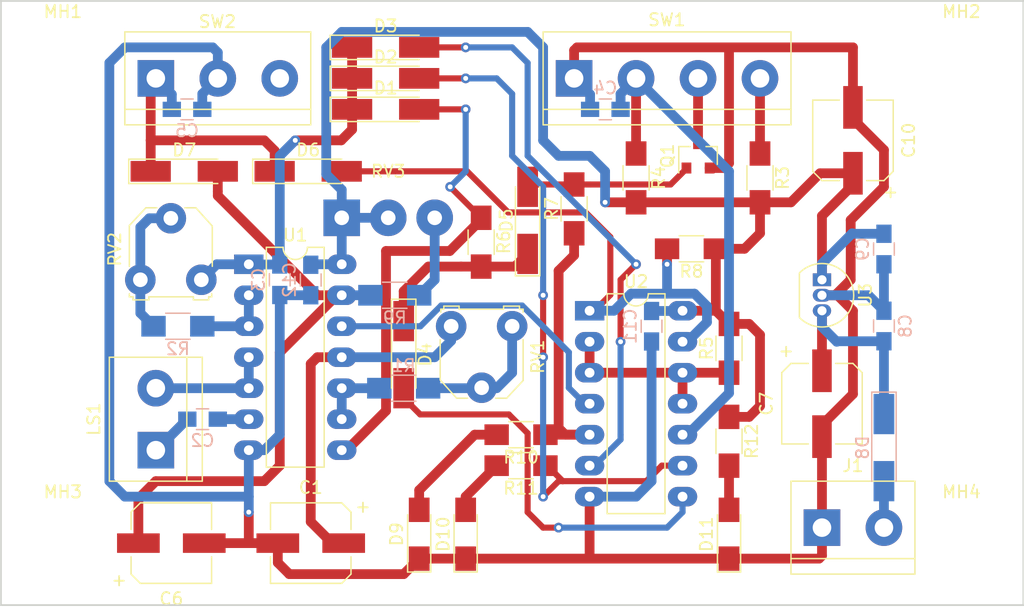
<source format=kicad_pcb>
(kicad_pcb (version 20171130) (host pcbnew "(5.0.0)")

  (general
    (thickness 1.6)
    (drawings 4)
    (tracks 288)
    (zones 0)
    (modules 50)
    (nets 34)
  )

  (page A4)
  (layers
    (0 F.Cu signal)
    (31 B.Cu signal)
    (32 B.Adhes user)
    (33 F.Adhes user)
    (34 B.Paste user)
    (35 F.Paste user)
    (36 B.SilkS user)
    (37 F.SilkS user)
    (38 B.Mask user)
    (39 F.Mask user)
    (40 Dwgs.User user)
    (41 Cmts.User user)
    (42 Eco1.User user)
    (43 Eco2.User user)
    (44 Edge.Cuts user)
    (45 Margin user)
    (46 B.CrtYd user)
    (47 F.CrtYd user)
    (48 B.Fab user)
    (49 F.Fab user)
  )

  (setup
    (last_trace_width 0.5)
    (user_trace_width 0.3)
    (user_trace_width 0.5)
    (user_trace_width 0.8)
    (user_trace_width 1)
    (trace_clearance 0.2)
    (zone_clearance 0.508)
    (zone_45_only no)
    (trace_min 0.2)
    (segment_width 0.2)
    (edge_width 0.15)
    (via_size 0.8)
    (via_drill 0.4)
    (via_min_size 0.4)
    (via_min_drill 0.3)
    (uvia_size 0.3)
    (uvia_drill 0.1)
    (uvias_allowed no)
    (uvia_min_size 0.2)
    (uvia_min_drill 0.1)
    (pcb_text_width 0.3)
    (pcb_text_size 1.5 1.5)
    (mod_edge_width 0.15)
    (mod_text_size 1 1)
    (mod_text_width 0.15)
    (pad_size 1.524 1.524)
    (pad_drill 0.762)
    (pad_to_mask_clearance 0.2)
    (aux_axis_origin 0 0)
    (visible_elements FFFFFF7F)
    (pcbplotparams
      (layerselection 0x010fc_ffffffff)
      (usegerberextensions false)
      (usegerberattributes false)
      (usegerberadvancedattributes false)
      (creategerberjobfile false)
      (excludeedgelayer true)
      (linewidth 0.100000)
      (plotframeref false)
      (viasonmask false)
      (mode 1)
      (useauxorigin false)
      (hpglpennumber 1)
      (hpglpenspeed 20)
      (hpglpendiameter 15.000000)
      (psnegative false)
      (psa4output false)
      (plotreference true)
      (plotvalue true)
      (plotinvisibletext false)
      (padsonsilk false)
      (subtractmaskfromsilk false)
      (outputformat 1)
      (mirror false)
      (drillshape 1)
      (scaleselection 1)
      (outputdirectory ""))
  )

  (net 0 "")
  (net 1 GND)
  (net 2 "Net-(C1-Pad1)")
  (net 3 "Net-(C2-Pad1)")
  (net 4 "Net-(C2-Pad2)")
  (net 5 "Net-(C3-Pad1)")
  (net 6 "Net-(C4-Pad1)")
  (net 7 "Net-(C5-Pad1)")
  (net 8 "Net-(C6-Pad1)")
  (net 9 "Net-(C7-Pad1)")
  (net 10 +5V)
  (net 11 /Clock)
  (net 12 /Disabled)
  (net 13 /~Signal)
  (net 14 /~Disabled)
  (net 15 "Net-(D4-Pad1)")
  (net 16 "Net-(D5-Pad2)")
  (net 17 /~DoorClosed)
  (net 18 "Net-(D8-Pad2)")
  (net 19 "Net-(D9-Pad2)")
  (net 20 "Net-(D10-Pad2)")
  (net 21 "Net-(D11-Pad2)")
  (net 22 "Net-(LS1-Pad2)")
  (net 23 "Net-(Q1-Pad3)")
  (net 24 "Net-(R1-Pad2)")
  (net 25 "Net-(R1-Pad1)")
  (net 26 "Net-(R2-Pad1)")
  (net 27 "Net-(R2-Pad2)")
  (net 28 "Net-(R3-Pad1)")
  (net 29 "Net-(R5-Pad1)")
  (net 30 /Signal)
  (net 31 "Net-(R9-Pad2)")
  (net 32 "Net-(SW2-Pad3)")
  (net 33 /~DoorOpen)

  (net_class Default "Это класс цепей по умолчанию."
    (clearance 0.2)
    (trace_width 0.25)
    (via_dia 0.8)
    (via_drill 0.4)
    (uvia_dia 0.3)
    (uvia_drill 0.1)
    (add_net +5V)
    (add_net /Clock)
    (add_net /Disabled)
    (add_net /Signal)
    (add_net /~Disabled)
    (add_net /~DoorClosed)
    (add_net /~DoorOpen)
    (add_net /~Signal)
    (add_net GND)
    (add_net "Net-(C1-Pad1)")
    (add_net "Net-(C2-Pad1)")
    (add_net "Net-(C2-Pad2)")
    (add_net "Net-(C3-Pad1)")
    (add_net "Net-(C4-Pad1)")
    (add_net "Net-(C5-Pad1)")
    (add_net "Net-(C6-Pad1)")
    (add_net "Net-(C7-Pad1)")
    (add_net "Net-(D10-Pad2)")
    (add_net "Net-(D11-Pad2)")
    (add_net "Net-(D4-Pad1)")
    (add_net "Net-(D5-Pad2)")
    (add_net "Net-(D8-Pad2)")
    (add_net "Net-(D9-Pad2)")
    (add_net "Net-(LS1-Pad2)")
    (add_net "Net-(Q1-Pad3)")
    (add_net "Net-(R1-Pad1)")
    (add_net "Net-(R1-Pad2)")
    (add_net "Net-(R2-Pad1)")
    (add_net "Net-(R2-Pad2)")
    (add_net "Net-(R3-Pad1)")
    (add_net "Net-(R5-Pad1)")
    (add_net "Net-(R9-Pad2)")
    (add_net "Net-(SW2-Pad3)")
  )

  (module MountingHole:MountingHole_3.2mm_M3 (layer F.Cu) (tedit 56D1B4CB) (tstamp 5D5C4AC1)
    (at 91.44 96.52)
    (descr "Mounting Hole 3.2mm, no annular, M3")
    (tags "mounting hole 3.2mm no annular m3")
    (path /5D615CDD)
    (attr virtual)
    (fp_text reference MH2 (at 0 -4.2) (layer F.SilkS)
      (effects (font (size 1 1) (thickness 0.15)))
    )
    (fp_text value - (at 0 4.2) (layer F.Fab)
      (effects (font (size 1 1) (thickness 0.15)))
    )
    (fp_circle (center 0 0) (end 3.45 0) (layer F.CrtYd) (width 0.05))
    (fp_circle (center 0 0) (end 3.2 0) (layer Cmts.User) (width 0.15))
    (fp_text user %R (at 0.3 0) (layer F.Fab)
      (effects (font (size 1 1) (thickness 0.15)))
    )
    (pad 1 np_thru_hole circle (at 0 0) (size 3.2 3.2) (drill 3.2) (layers *.Cu *.Mask))
  )

  (module MountingHole:MountingHole_3.2mm_M3 (layer F.Cu) (tedit 56D1B4CB) (tstamp 5D5C4AB9)
    (at 17.78 135.89)
    (descr "Mounting Hole 3.2mm, no annular, M3")
    (tags "mounting hole 3.2mm no annular m3")
    (path /5D615D61)
    (attr virtual)
    (fp_text reference MH3 (at 0 -4.2) (layer F.SilkS)
      (effects (font (size 1 1) (thickness 0.15)))
    )
    (fp_text value - (at 0 4.2) (layer F.Fab)
      (effects (font (size 1 1) (thickness 0.15)))
    )
    (fp_text user %R (at 0.3 0) (layer F.Fab)
      (effects (font (size 1 1) (thickness 0.15)))
    )
    (fp_circle (center 0 0) (end 3.2 0) (layer Cmts.User) (width 0.15))
    (fp_circle (center 0 0) (end 3.45 0) (layer F.CrtYd) (width 0.05))
    (pad 1 np_thru_hole circle (at 0 0) (size 3.2 3.2) (drill 3.2) (layers *.Cu *.Mask))
  )

  (module MountingHole:MountingHole_3.2mm_M3 (layer F.Cu) (tedit 56D1B4CB) (tstamp 5D5C4AB1)
    (at 91.44 135.89)
    (descr "Mounting Hole 3.2mm, no annular, M3")
    (tags "mounting hole 3.2mm no annular m3")
    (path /5D615DED)
    (attr virtual)
    (fp_text reference MH4 (at 0 -4.2) (layer F.SilkS)
      (effects (font (size 1 1) (thickness 0.15)))
    )
    (fp_text value - (at 0 4.2) (layer F.Fab)
      (effects (font (size 1 1) (thickness 0.15)))
    )
    (fp_circle (center 0 0) (end 3.45 0) (layer F.CrtYd) (width 0.05))
    (fp_circle (center 0 0) (end 3.2 0) (layer Cmts.User) (width 0.15))
    (fp_text user %R (at 0.3 0) (layer F.Fab)
      (effects (font (size 1 1) (thickness 0.15)))
    )
    (pad 1 np_thru_hole circle (at 0 0) (size 3.2 3.2) (drill 3.2) (layers *.Cu *.Mask))
  )

  (module MountingHole:MountingHole_3.2mm_M3 (layer F.Cu) (tedit 56D1B4CB) (tstamp 5D5C4F7A)
    (at 17.78 96.52)
    (descr "Mounting Hole 3.2mm, no annular, M3")
    (tags "mounting hole 3.2mm no annular m3")
    (path /5D615A8A)
    (attr virtual)
    (fp_text reference MH1 (at 0 -4.2) (layer F.SilkS)
      (effects (font (size 1 1) (thickness 0.15)))
    )
    (fp_text value - (at 0 4.2) (layer F.Fab)
      (effects (font (size 1 1) (thickness 0.15)))
    )
    (fp_text user %R (at 0.3 0) (layer F.Fab)
      (effects (font (size 1 1) (thickness 0.15)))
    )
    (fp_circle (center 0 0) (end 3.2 0) (layer Cmts.User) (width 0.15))
    (fp_circle (center 0 0) (end 3.45 0) (layer F.CrtYd) (width 0.05))
    (pad 1 np_thru_hole circle (at 0 0) (size 3.2 3.2) (drill 3.2) (layers *.Cu *.Mask))
  )

  (module Connector_Wire:SolderWirePad_1x03_P3.81mm_Drill1.2mm (layer F.Cu) (tedit 5AEE5F4D) (tstamp 5D5C2458)
    (at 40.64 109.22)
    (descr "Wire solder connection")
    (tags connector)
    (path /5D5366A6)
    (attr virtual)
    (fp_text reference RV3 (at 3.81 -3.81) (layer F.SilkS)
      (effects (font (size 1 1) (thickness 0.15)))
    )
    (fp_text value 100k (at 3.81 3.81) (layer F.Fab)
      (effects (font (size 1 1) (thickness 0.15)))
    )
    (fp_text user %R (at 3.81 0) (layer F.Fab)
      (effects (font (size 1 1) (thickness 0.15)))
    )
    (fp_line (start -2 -2) (end 9.62 -2) (layer F.CrtYd) (width 0.05))
    (fp_line (start -2 -2) (end -2 2) (layer F.CrtYd) (width 0.05))
    (fp_line (start 9.62 2) (end 9.62 -2) (layer F.CrtYd) (width 0.05))
    (fp_line (start 9.62 2) (end -2 2) (layer F.CrtYd) (width 0.05))
    (pad 1 thru_hole rect (at 0 0) (size 2.99974 2.99974) (drill 1.19888) (layers *.Cu *.Mask)
      (net 10 +5V))
    (pad 2 thru_hole circle (at 3.81 0) (size 2.99974 2.99974) (drill 1.19888) (layers *.Cu *.Mask)
      (net 10 +5V))
    (pad 3 thru_hole circle (at 7.62 0) (size 2.99974 2.99974) (drill 1.19888) (layers *.Cu *.Mask)
      (net 31 "Net-(R9-Pad2)"))
  )

  (module Potentiometers:Potentiometer_Triwood_RM-065 (layer F.Cu) (tedit 5882291E) (tstamp 5D5C214C)
    (at 24.13 114.3)
    (descr "Potentiometer, Trimmer, RM-065")
    (tags "Potentiometer Trimmer RM-065")
    (path /5D5329B8)
    (fp_text reference RV2 (at -2.1 -2.5 90) (layer F.SilkS)
      (effects (font (size 1 1) (thickness 0.15)))
    )
    (fp_text value 4,7k (at 7.5 -2.5 90) (layer F.Fab)
      (effects (font (size 1 1) (thickness 0.15)))
    )
    (fp_arc (start 2.5 -2.5) (end 1.1 -1.61) (angle 90) (layer F.Fab) (width 0.1))
    (fp_arc (start 2.5 -2.5) (end 3.39 -3.9) (angle 90) (layer F.Fab) (width 0.1))
    (fp_arc (start 2.5 -2.5) (end 2.63 -0.85) (angle 90) (layer F.Fab) (width 0.1))
    (fp_arc (start 2.5 -2.5) (end 4.15 -2.25) (angle 90) (layer F.Fab) (width 0.1))
    (fp_circle (center 2.5 -2.5) (end 4.7 -0.2) (layer F.Fab) (width 0.1))
    (fp_line (start 6.5 1.81) (end -1.5 1.81) (layer F.CrtYd) (width 0.05))
    (fp_line (start 6.5 1.81) (end 6.5 -6.54) (layer F.CrtYd) (width 0.05))
    (fp_line (start -1.5 -6.54) (end -1.5 1.81) (layer F.CrtYd) (width 0.05))
    (fp_line (start -1.5 -6.54) (end 6.5 -6.54) (layer F.CrtYd) (width 0.05))
    (fp_line (start -0.8 1.31) (end 5.8 1.31) (layer F.Fab) (width 0.1))
    (fp_line (start 0.59 1.56) (end 0.59 1.31) (layer F.Fab) (width 0.1))
    (fp_line (start -0.55 1.56) (end 0.59 1.56) (layer F.Fab) (width 0.1))
    (fp_line (start -0.55 1.31) (end -0.55 1.56) (layer F.Fab) (width 0.1))
    (fp_line (start 4.4 1.56) (end 4.4 1.31) (layer F.Fab) (width 0.1))
    (fp_line (start 5.55 1.56) (end 4.4 1.56) (layer F.Fab) (width 0.1))
    (fp_line (start 5.55 1.31) (end 5.55 1.56) (layer F.Fab) (width 0.1))
    (fp_line (start 5.8 -4.4) (end 5.8 -2.5) (layer F.Fab) (width 0.1))
    (fp_line (start 4.53 -5.8) (end 5.8 -4.4) (layer F.Fab) (width 0.1))
    (fp_line (start -0.8 -4.4) (end -0.8 -2.5) (layer F.Fab) (width 0.1))
    (fp_line (start 0.47 -5.8) (end -0.8 -4.4) (layer F.Fab) (width 0.1))
    (fp_line (start 3.01 -2.88) (end 1.99 -2.88) (layer F.Fab) (width 0.1))
    (fp_line (start 3.01 -2.12) (end 3.01 -2.88) (layer F.Fab) (width 0.1))
    (fp_line (start 1.99 -2.12) (end 3.01 -2.12) (layer F.Fab) (width 0.1))
    (fp_line (start 1.99 -2.88) (end 1.99 -2.12) (layer F.Fab) (width 0.1))
    (fp_line (start 2.25 -2.12) (end 2.25 -0.85) (layer F.Fab) (width 0.1))
    (fp_line (start 2.75 -2.12) (end 2.75 -0.85) (layer F.Fab) (width 0.1))
    (fp_line (start 1.99 -2.75) (end 0.85 -2.75) (layer F.Fab) (width 0.1))
    (fp_line (start 1.99 -2.25) (end 0.85 -2.25) (layer F.Fab) (width 0.1))
    (fp_line (start 3.01 -2.75) (end 4.15 -2.75) (layer F.Fab) (width 0.1))
    (fp_line (start 3.01 -2.25) (end 4.15 -2.25) (layer F.Fab) (width 0.1))
    (fp_line (start 0.34 -2.12) (end 0.85 -2.12) (layer F.Fab) (width 0.1))
    (fp_line (start 0.34 -2.88) (end 0.34 -2.12) (layer F.Fab) (width 0.1))
    (fp_line (start 0.85 -2.88) (end 0.34 -2.88) (layer F.Fab) (width 0.1))
    (fp_line (start 4.66 -2.12) (end 4.15 -2.12) (layer F.Fab) (width 0.1))
    (fp_line (start 4.66 -2.88) (end 4.66 -2.12) (layer F.Fab) (width 0.1))
    (fp_line (start 4.15 -2.88) (end 4.66 -2.88) (layer F.Fab) (width 0.1))
    (fp_line (start 1.36 -5.8) (end 0.47 -5.8) (layer F.Fab) (width 0.1))
    (fp_line (start 4.53 -5.8) (end 3.64 -5.8) (layer F.Fab) (width 0.1))
    (fp_line (start 1.23 -0.47) (end 3.77 -0.47) (layer F.Fab) (width 0.1))
    (fp_line (start 5.8 -2.5) (end 5.8 -1.1) (layer F.Fab) (width 0.1))
    (fp_line (start 5.8 1.31) (end 5.8 1.18) (layer F.Fab) (width 0.1))
    (fp_line (start -0.8 -2.5) (end -0.8 -1.1) (layer F.Fab) (width 0.1))
    (fp_line (start -0.8 1.31) (end -0.8 1.18) (layer F.Fab) (width 0.1))
    (fp_line (start 2.75 -2.88) (end 2.75 -3.64) (layer F.Fab) (width 0.1))
    (fp_line (start 2.25 -2.88) (end 2.25 -3.64) (layer F.Fab) (width 0.1))
    (fp_line (start -0.8 -1.1) (end -0.8 1.2) (layer F.Fab) (width 0.1))
    (fp_line (start 5.8 1.2) (end 5.8 -1.15) (layer F.Fab) (width 0.1))
    (fp_line (start 0.45 -5.9) (end 1.35 -5.9) (layer F.SilkS) (width 0.12))
    (fp_line (start -0.9 -4.45) (end 0.45 -5.9) (layer F.SilkS) (width 0.12))
    (fp_line (start -0.9 -1.1) (end -0.9 -4.45) (layer F.SilkS) (width 0.12))
    (fp_line (start 5.9 -4.4) (end 5.9 -1.1) (layer F.SilkS) (width 0.12))
    (fp_line (start 4.55 -5.9) (end 5.9 -4.4) (layer F.SilkS) (width 0.12))
    (fp_line (start 3.65 -5.9) (end 4.55 -5.9) (layer F.SilkS) (width 0.12))
    (fp_line (start -0.9 1.4) (end -0.9 1.15) (layer F.SilkS) (width 0.12))
    (fp_line (start -0.6 1.4) (end -0.9 1.4) (layer F.SilkS) (width 0.12))
    (fp_line (start -0.6 1.65) (end -0.6 1.4) (layer F.SilkS) (width 0.12))
    (fp_line (start 0.7 1.65) (end -0.6 1.65) (layer F.SilkS) (width 0.12))
    (fp_line (start 0.7 1.4) (end 0.7 1.65) (layer F.SilkS) (width 0.12))
    (fp_line (start 4.35 1.4) (end 0.7 1.4) (layer F.SilkS) (width 0.12))
    (fp_line (start 4.35 1.65) (end 4.35 1.4) (layer F.SilkS) (width 0.12))
    (fp_line (start 5.6 1.65) (end 4.35 1.65) (layer F.SilkS) (width 0.12))
    (fp_line (start 5.6 1.4) (end 5.6 1.65) (layer F.SilkS) (width 0.12))
    (fp_line (start 5.85 1.4) (end 5.6 1.4) (layer F.SilkS) (width 0.12))
    (fp_line (start 5.85 1.15) (end 5.85 1.4) (layer F.SilkS) (width 0.12))
    (pad 1 thru_hole circle (at 0 0) (size 2.5 2.5) (drill 1.2) (layers *.Cu *.Mask)
      (net 26 "Net-(R2-Pad1)"))
    (pad 3 thru_hole circle (at 5 0) (size 2.5 2.5) (drill 1.2) (layers *.Cu *.Mask)
      (net 5 "Net-(C3-Pad1)"))
    (pad 2 thru_hole circle (at 2.5 -5.04) (size 2.5 2.5) (drill 1.2) (layers *.Cu *.Mask)
      (net 26 "Net-(R2-Pad1)"))
    (model Potentiometers.3dshapes/Potentiometer_Triwood_RM-065.wrl
      (at (xyz 0 0 0))
      (scale (xyz 4 4 4))
      (rotate (xyz 0 0 0))
    )
  )

  (module Potentiometers:Potentiometer_Triwood_RM-065 (layer F.Cu) (tedit 5882291E) (tstamp 5D5C2106)
    (at 54.61 118.11 180)
    (descr "Potentiometer, Trimmer, RM-065")
    (tags "Potentiometer Trimmer RM-065")
    (path /5D53291F)
    (fp_text reference RV1 (at -2.1 -2.5 270) (layer F.SilkS)
      (effects (font (size 1 1) (thickness 0.15)))
    )
    (fp_text value 20k (at 7.5 -2.5 270) (layer F.Fab)
      (effects (font (size 1 1) (thickness 0.15)))
    )
    (fp_line (start 5.85 1.15) (end 5.85 1.4) (layer F.SilkS) (width 0.12))
    (fp_line (start 5.85 1.4) (end 5.6 1.4) (layer F.SilkS) (width 0.12))
    (fp_line (start 5.6 1.4) (end 5.6 1.65) (layer F.SilkS) (width 0.12))
    (fp_line (start 5.6 1.65) (end 4.35 1.65) (layer F.SilkS) (width 0.12))
    (fp_line (start 4.35 1.65) (end 4.35 1.4) (layer F.SilkS) (width 0.12))
    (fp_line (start 4.35 1.4) (end 0.7 1.4) (layer F.SilkS) (width 0.12))
    (fp_line (start 0.7 1.4) (end 0.7 1.65) (layer F.SilkS) (width 0.12))
    (fp_line (start 0.7 1.65) (end -0.6 1.65) (layer F.SilkS) (width 0.12))
    (fp_line (start -0.6 1.65) (end -0.6 1.4) (layer F.SilkS) (width 0.12))
    (fp_line (start -0.6 1.4) (end -0.9 1.4) (layer F.SilkS) (width 0.12))
    (fp_line (start -0.9 1.4) (end -0.9 1.15) (layer F.SilkS) (width 0.12))
    (fp_line (start 3.65 -5.9) (end 4.55 -5.9) (layer F.SilkS) (width 0.12))
    (fp_line (start 4.55 -5.9) (end 5.9 -4.4) (layer F.SilkS) (width 0.12))
    (fp_line (start 5.9 -4.4) (end 5.9 -1.1) (layer F.SilkS) (width 0.12))
    (fp_line (start -0.9 -1.1) (end -0.9 -4.45) (layer F.SilkS) (width 0.12))
    (fp_line (start -0.9 -4.45) (end 0.45 -5.9) (layer F.SilkS) (width 0.12))
    (fp_line (start 0.45 -5.9) (end 1.35 -5.9) (layer F.SilkS) (width 0.12))
    (fp_line (start 5.8 1.2) (end 5.8 -1.15) (layer F.Fab) (width 0.1))
    (fp_line (start -0.8 -1.1) (end -0.8 1.2) (layer F.Fab) (width 0.1))
    (fp_line (start 2.25 -2.88) (end 2.25 -3.64) (layer F.Fab) (width 0.1))
    (fp_line (start 2.75 -2.88) (end 2.75 -3.64) (layer F.Fab) (width 0.1))
    (fp_line (start -0.8 1.31) (end -0.8 1.18) (layer F.Fab) (width 0.1))
    (fp_line (start -0.8 -2.5) (end -0.8 -1.1) (layer F.Fab) (width 0.1))
    (fp_line (start 5.8 1.31) (end 5.8 1.18) (layer F.Fab) (width 0.1))
    (fp_line (start 5.8 -2.5) (end 5.8 -1.1) (layer F.Fab) (width 0.1))
    (fp_line (start 1.23 -0.47) (end 3.77 -0.47) (layer F.Fab) (width 0.1))
    (fp_line (start 4.53 -5.8) (end 3.64 -5.8) (layer F.Fab) (width 0.1))
    (fp_line (start 1.36 -5.8) (end 0.47 -5.8) (layer F.Fab) (width 0.1))
    (fp_line (start 4.15 -2.88) (end 4.66 -2.88) (layer F.Fab) (width 0.1))
    (fp_line (start 4.66 -2.88) (end 4.66 -2.12) (layer F.Fab) (width 0.1))
    (fp_line (start 4.66 -2.12) (end 4.15 -2.12) (layer F.Fab) (width 0.1))
    (fp_line (start 0.85 -2.88) (end 0.34 -2.88) (layer F.Fab) (width 0.1))
    (fp_line (start 0.34 -2.88) (end 0.34 -2.12) (layer F.Fab) (width 0.1))
    (fp_line (start 0.34 -2.12) (end 0.85 -2.12) (layer F.Fab) (width 0.1))
    (fp_line (start 3.01 -2.25) (end 4.15 -2.25) (layer F.Fab) (width 0.1))
    (fp_line (start 3.01 -2.75) (end 4.15 -2.75) (layer F.Fab) (width 0.1))
    (fp_line (start 1.99 -2.25) (end 0.85 -2.25) (layer F.Fab) (width 0.1))
    (fp_line (start 1.99 -2.75) (end 0.85 -2.75) (layer F.Fab) (width 0.1))
    (fp_line (start 2.75 -2.12) (end 2.75 -0.85) (layer F.Fab) (width 0.1))
    (fp_line (start 2.25 -2.12) (end 2.25 -0.85) (layer F.Fab) (width 0.1))
    (fp_line (start 1.99 -2.88) (end 1.99 -2.12) (layer F.Fab) (width 0.1))
    (fp_line (start 1.99 -2.12) (end 3.01 -2.12) (layer F.Fab) (width 0.1))
    (fp_line (start 3.01 -2.12) (end 3.01 -2.88) (layer F.Fab) (width 0.1))
    (fp_line (start 3.01 -2.88) (end 1.99 -2.88) (layer F.Fab) (width 0.1))
    (fp_line (start 0.47 -5.8) (end -0.8 -4.4) (layer F.Fab) (width 0.1))
    (fp_line (start -0.8 -4.4) (end -0.8 -2.5) (layer F.Fab) (width 0.1))
    (fp_line (start 4.53 -5.8) (end 5.8 -4.4) (layer F.Fab) (width 0.1))
    (fp_line (start 5.8 -4.4) (end 5.8 -2.5) (layer F.Fab) (width 0.1))
    (fp_line (start 5.55 1.31) (end 5.55 1.56) (layer F.Fab) (width 0.1))
    (fp_line (start 5.55 1.56) (end 4.4 1.56) (layer F.Fab) (width 0.1))
    (fp_line (start 4.4 1.56) (end 4.4 1.31) (layer F.Fab) (width 0.1))
    (fp_line (start -0.55 1.31) (end -0.55 1.56) (layer F.Fab) (width 0.1))
    (fp_line (start -0.55 1.56) (end 0.59 1.56) (layer F.Fab) (width 0.1))
    (fp_line (start 0.59 1.56) (end 0.59 1.31) (layer F.Fab) (width 0.1))
    (fp_line (start -0.8 1.31) (end 5.8 1.31) (layer F.Fab) (width 0.1))
    (fp_line (start -1.5 -6.54) (end 6.5 -6.54) (layer F.CrtYd) (width 0.05))
    (fp_line (start -1.5 -6.54) (end -1.5 1.81) (layer F.CrtYd) (width 0.05))
    (fp_line (start 6.5 1.81) (end 6.5 -6.54) (layer F.CrtYd) (width 0.05))
    (fp_line (start 6.5 1.81) (end -1.5 1.81) (layer F.CrtYd) (width 0.05))
    (fp_circle (center 2.5 -2.5) (end 4.7 -0.2) (layer F.Fab) (width 0.1))
    (fp_arc (start 2.5 -2.5) (end 4.15 -2.25) (angle 90) (layer F.Fab) (width 0.1))
    (fp_arc (start 2.5 -2.5) (end 2.63 -0.85) (angle 90) (layer F.Fab) (width 0.1))
    (fp_arc (start 2.5 -2.5) (end 3.39 -3.9) (angle 90) (layer F.Fab) (width 0.1))
    (fp_arc (start 2.5 -2.5) (end 1.1 -1.61) (angle 90) (layer F.Fab) (width 0.1))
    (pad 2 thru_hole circle (at 2.5 -5.04 180) (size 2.5 2.5) (drill 1.2) (layers *.Cu *.Mask)
      (net 25 "Net-(R1-Pad1)"))
    (pad 3 thru_hole circle (at 5 0 180) (size 2.5 2.5) (drill 1.2) (layers *.Cu *.Mask)
      (net 2 "Net-(C1-Pad1)"))
    (pad 1 thru_hole circle (at 0 0 180) (size 2.5 2.5) (drill 1.2) (layers *.Cu *.Mask)
      (net 25 "Net-(R1-Pad1)"))
    (model Potentiometers.3dshapes/Potentiometer_Triwood_RM-065.wrl
      (at (xyz 0 0 0))
      (scale (xyz 4 4 4))
      (rotate (xyz 0 0 0))
    )
  )

  (module Package_TO_SOT_THT:TO-92_Inline (layer F.Cu) (tedit 5A1DD157) (tstamp 5D54C46E)
    (at 80.01 114.3 270)
    (descr "TO-92 leads in-line, narrow, oval pads, drill 0.75mm (see NXP sot054_po.pdf)")
    (tags "to-92 sc-43 sc-43a sot54 PA33 transistor")
    (path /5D614749)
    (fp_text reference U3 (at 1.27 -3.56 270) (layer F.SilkS)
      (effects (font (size 1 1) (thickness 0.15)))
    )
    (fp_text value L78L05_TO92 (at 1.27 2.79 270) (layer F.Fab)
      (effects (font (size 1 1) (thickness 0.15)))
    )
    (fp_text user %R (at 1.27 -3.56 270) (layer F.Fab)
      (effects (font (size 1 1) (thickness 0.15)))
    )
    (fp_line (start -0.53 1.85) (end 3.07 1.85) (layer F.SilkS) (width 0.12))
    (fp_line (start -0.5 1.75) (end 3 1.75) (layer F.Fab) (width 0.1))
    (fp_line (start -1.46 -2.73) (end 4 -2.73) (layer F.CrtYd) (width 0.05))
    (fp_line (start -1.46 -2.73) (end -1.46 2.01) (layer F.CrtYd) (width 0.05))
    (fp_line (start 4 2.01) (end 4 -2.73) (layer F.CrtYd) (width 0.05))
    (fp_line (start 4 2.01) (end -1.46 2.01) (layer F.CrtYd) (width 0.05))
    (fp_arc (start 1.27 0) (end 1.27 -2.48) (angle 135) (layer F.Fab) (width 0.1))
    (fp_arc (start 1.27 0) (end 1.27 -2.6) (angle -135) (layer F.SilkS) (width 0.12))
    (fp_arc (start 1.27 0) (end 1.27 -2.48) (angle -135) (layer F.Fab) (width 0.1))
    (fp_arc (start 1.27 0) (end 1.27 -2.6) (angle 135) (layer F.SilkS) (width 0.12))
    (pad 2 thru_hole oval (at 1.27 0 270) (size 1.05 1.5) (drill 0.75) (layers *.Cu *.Mask)
      (net 1 GND))
    (pad 3 thru_hole oval (at 2.54 0 270) (size 1.05 1.5) (drill 0.75) (layers *.Cu *.Mask)
      (net 9 "Net-(C7-Pad1)"))
    (pad 1 thru_hole rect (at 0 0 270) (size 1.05 1.5) (drill 0.75) (layers *.Cu *.Mask)
      (net 10 +5V))
    (model ${KISYS3DMOD}/Package_TO_SOT_THT.3dshapes/TO-92_Inline.wrl
      (at (xyz 0 0 0))
      (scale (xyz 1 1 1))
      (rotate (xyz 0 0 0))
    )
  )

  (module Capacitors_SMD:CP_Elec_6.3x5.3 (layer F.Cu) (tedit 58AA8B2D) (tstamp 5D5475FC)
    (at 38.1 135.89 180)
    (descr "SMT capacitor, aluminium electrolytic, 6.3x5.3")
    (path /5D5325E2)
    (attr smd)
    (fp_text reference C1 (at 0 4.56 180) (layer F.SilkS)
      (effects (font (size 1 1) (thickness 0.15)))
    )
    (fp_text value 22,0 (at 0 -4.56 180) (layer F.Fab)
      (effects (font (size 1 1) (thickness 0.15)))
    )
    (fp_line (start 4.7 3.4) (end -4.7 3.4) (layer F.CrtYd) (width 0.05))
    (fp_line (start 4.7 3.4) (end 4.7 -3.4) (layer F.CrtYd) (width 0.05))
    (fp_line (start -4.7 -3.4) (end -4.7 3.4) (layer F.CrtYd) (width 0.05))
    (fp_line (start -4.7 -3.4) (end 4.7 -3.4) (layer F.CrtYd) (width 0.05))
    (fp_line (start -2.54 -3.3) (end 3.3 -3.3) (layer F.SilkS) (width 0.12))
    (fp_line (start -3.3 -2.54) (end -2.54 -3.3) (layer F.SilkS) (width 0.12))
    (fp_line (start -2.54 3.3) (end -3.3 2.54) (layer F.SilkS) (width 0.12))
    (fp_line (start 3.3 3.3) (end -2.54 3.3) (layer F.SilkS) (width 0.12))
    (fp_line (start -3.3 -2.54) (end -3.3 -1.12) (layer F.SilkS) (width 0.12))
    (fp_line (start -3.3 2.54) (end -3.3 1.12) (layer F.SilkS) (width 0.12))
    (fp_line (start 3.3 -3.3) (end 3.3 -1.12) (layer F.SilkS) (width 0.12))
    (fp_line (start 3.3 3.3) (end 3.3 1.12) (layer F.SilkS) (width 0.12))
    (fp_line (start 3.15 -3.15) (end -2.48 -3.15) (layer F.Fab) (width 0.1))
    (fp_line (start -2.48 -3.15) (end -3.15 -2.48) (layer F.Fab) (width 0.1))
    (fp_line (start -3.15 -2.48) (end -3.15 2.48) (layer F.Fab) (width 0.1))
    (fp_line (start -3.15 2.48) (end -2.48 3.15) (layer F.Fab) (width 0.1))
    (fp_line (start -2.48 3.15) (end 3.15 3.15) (layer F.Fab) (width 0.1))
    (fp_line (start 3.15 3.15) (end 3.15 -3.15) (layer F.Fab) (width 0.1))
    (fp_text user %R (at 0 4.56 180) (layer F.Fab)
      (effects (font (size 1 1) (thickness 0.15)))
    )
    (fp_text user + (at -4.28 3.01 180) (layer F.SilkS)
      (effects (font (size 1 1) (thickness 0.15)))
    )
    (fp_text user + (at -1.75 -0.08 180) (layer F.Fab)
      (effects (font (size 1 1) (thickness 0.15)))
    )
    (fp_circle (center 0 0) (end 0.6 3) (layer F.Fab) (width 0.1))
    (pad 2 smd rect (at 2.7 0) (size 3.5 1.6) (layers F.Cu F.Paste F.Mask)
      (net 1 GND))
    (pad 1 smd rect (at -2.7 0) (size 3.5 1.6) (layers F.Cu F.Paste F.Mask)
      (net 2 "Net-(C1-Pad1)"))
    (model Capacitors_SMD.3dshapes/CP_Elec_6.3x5.3.wrl
      (at (xyz 0 0 0))
      (scale (xyz 1 1 1))
      (rotate (xyz 0 0 180))
    )
  )

  (module Capacitors_SMD:C_0805_HandSoldering (layer B.Cu) (tedit 58AA84A8) (tstamp 5D54760D)
    (at 29.23 125.73)
    (descr "Capacitor SMD 0805, hand soldering")
    (tags "capacitor 0805")
    (path /5D5608A7)
    (attr smd)
    (fp_text reference C2 (at 0 1.75) (layer B.SilkS)
      (effects (font (size 1 1) (thickness 0.15)) (justify mirror))
    )
    (fp_text value 1,0 (at 0 -1.75) (layer B.Fab)
      (effects (font (size 1 1) (thickness 0.15)) (justify mirror))
    )
    (fp_text user %R (at 0 1.75) (layer B.Fab)
      (effects (font (size 1 1) (thickness 0.15)) (justify mirror))
    )
    (fp_line (start -1 -0.62) (end -1 0.62) (layer B.Fab) (width 0.1))
    (fp_line (start 1 -0.62) (end -1 -0.62) (layer B.Fab) (width 0.1))
    (fp_line (start 1 0.62) (end 1 -0.62) (layer B.Fab) (width 0.1))
    (fp_line (start -1 0.62) (end 1 0.62) (layer B.Fab) (width 0.1))
    (fp_line (start 0.5 0.85) (end -0.5 0.85) (layer B.SilkS) (width 0.12))
    (fp_line (start -0.5 -0.85) (end 0.5 -0.85) (layer B.SilkS) (width 0.12))
    (fp_line (start -2.25 0.88) (end 2.25 0.88) (layer B.CrtYd) (width 0.05))
    (fp_line (start -2.25 0.88) (end -2.25 -0.87) (layer B.CrtYd) (width 0.05))
    (fp_line (start 2.25 -0.87) (end 2.25 0.88) (layer B.CrtYd) (width 0.05))
    (fp_line (start 2.25 -0.87) (end -2.25 -0.87) (layer B.CrtYd) (width 0.05))
    (pad 1 smd rect (at -1.25 0) (size 1.5 1.25) (layers B.Cu B.Paste B.Mask)
      (net 3 "Net-(C2-Pad1)"))
    (pad 2 smd rect (at 1.25 0) (size 1.5 1.25) (layers B.Cu B.Paste B.Mask)
      (net 4 "Net-(C2-Pad2)"))
    (model Capacitors_SMD.3dshapes/C_0805.wrl
      (at (xyz 0 0 0))
      (scale (xyz 1 1 1))
      (rotate (xyz 0 0 0))
    )
  )

  (module Capacitors_SMD:C_0805_HandSoldering (layer B.Cu) (tedit 58AA84A8) (tstamp 5D54761E)
    (at 35.56 114.3 270)
    (descr "Capacitor SMD 0805, hand soldering")
    (tags "capacitor 0805")
    (path /5D53275D)
    (attr smd)
    (fp_text reference C3 (at 0 1.75 270) (layer B.SilkS)
      (effects (font (size 1 1) (thickness 0.15)) (justify mirror))
    )
    (fp_text value 0,1 (at 0 -1.75 270) (layer B.Fab)
      (effects (font (size 1 1) (thickness 0.15)) (justify mirror))
    )
    (fp_text user %R (at 0 1.75 270) (layer B.Fab)
      (effects (font (size 1 1) (thickness 0.15)) (justify mirror))
    )
    (fp_line (start -1 -0.62) (end -1 0.62) (layer B.Fab) (width 0.1))
    (fp_line (start 1 -0.62) (end -1 -0.62) (layer B.Fab) (width 0.1))
    (fp_line (start 1 0.62) (end 1 -0.62) (layer B.Fab) (width 0.1))
    (fp_line (start -1 0.62) (end 1 0.62) (layer B.Fab) (width 0.1))
    (fp_line (start 0.5 0.85) (end -0.5 0.85) (layer B.SilkS) (width 0.12))
    (fp_line (start -0.5 -0.85) (end 0.5 -0.85) (layer B.SilkS) (width 0.12))
    (fp_line (start -2.25 0.88) (end 2.25 0.88) (layer B.CrtYd) (width 0.05))
    (fp_line (start -2.25 0.88) (end -2.25 -0.87) (layer B.CrtYd) (width 0.05))
    (fp_line (start 2.25 -0.87) (end 2.25 0.88) (layer B.CrtYd) (width 0.05))
    (fp_line (start 2.25 -0.87) (end -2.25 -0.87) (layer B.CrtYd) (width 0.05))
    (pad 1 smd rect (at -1.25 0 270) (size 1.5 1.25) (layers B.Cu B.Paste B.Mask)
      (net 5 "Net-(C3-Pad1)"))
    (pad 2 smd rect (at 1.25 0 270) (size 1.5 1.25) (layers B.Cu B.Paste B.Mask)
      (net 1 GND))
    (model Capacitors_SMD.3dshapes/C_0805.wrl
      (at (xyz 0 0 0))
      (scale (xyz 1 1 1))
      (rotate (xyz 0 0 0))
    )
  )

  (module Capacitors_SMD:C_0805_HandSoldering (layer B.Cu) (tedit 58AA84A8) (tstamp 5D54D8B5)
    (at 62.25 100.33 180)
    (descr "Capacitor SMD 0805, hand soldering")
    (tags "capacitor 0805")
    (path /5D53FF31)
    (attr smd)
    (fp_text reference C4 (at 0 1.75 180) (layer B.SilkS)
      (effects (font (size 1 1) (thickness 0.15)) (justify mirror))
    )
    (fp_text value 0,1 (at 0 -1.75 180) (layer B.Fab)
      (effects (font (size 1 1) (thickness 0.15)) (justify mirror))
    )
    (fp_line (start 2.25 -0.87) (end -2.25 -0.87) (layer B.CrtYd) (width 0.05))
    (fp_line (start 2.25 -0.87) (end 2.25 0.88) (layer B.CrtYd) (width 0.05))
    (fp_line (start -2.25 0.88) (end -2.25 -0.87) (layer B.CrtYd) (width 0.05))
    (fp_line (start -2.25 0.88) (end 2.25 0.88) (layer B.CrtYd) (width 0.05))
    (fp_line (start -0.5 -0.85) (end 0.5 -0.85) (layer B.SilkS) (width 0.12))
    (fp_line (start 0.5 0.85) (end -0.5 0.85) (layer B.SilkS) (width 0.12))
    (fp_line (start -1 0.62) (end 1 0.62) (layer B.Fab) (width 0.1))
    (fp_line (start 1 0.62) (end 1 -0.62) (layer B.Fab) (width 0.1))
    (fp_line (start 1 -0.62) (end -1 -0.62) (layer B.Fab) (width 0.1))
    (fp_line (start -1 -0.62) (end -1 0.62) (layer B.Fab) (width 0.1))
    (fp_text user %R (at 0 1.75 180) (layer B.Fab)
      (effects (font (size 1 1) (thickness 0.15)) (justify mirror))
    )
    (pad 2 smd rect (at 1.25 0 180) (size 1.5 1.25) (layers B.Cu B.Paste B.Mask)
      (net 1 GND))
    (pad 1 smd rect (at -1.25 0 180) (size 1.5 1.25) (layers B.Cu B.Paste B.Mask)
      (net 6 "Net-(C4-Pad1)"))
    (model Capacitors_SMD.3dshapes/C_0805.wrl
      (at (xyz 0 0 0))
      (scale (xyz 1 1 1))
      (rotate (xyz 0 0 0))
    )
  )

  (module Capacitors_SMD:C_0805_HandSoldering (layer B.Cu) (tedit 58AA84A8) (tstamp 5D547640)
    (at 27.96 100.33)
    (descr "Capacitor SMD 0805, hand soldering")
    (tags "capacitor 0805")
    (path /5D537764)
    (attr smd)
    (fp_text reference C5 (at 0 1.75) (layer B.SilkS)
      (effects (font (size 1 1) (thickness 0.15)) (justify mirror))
    )
    (fp_text value 0,01 (at 0 -1.75) (layer B.Fab)
      (effects (font (size 1 1) (thickness 0.15)) (justify mirror))
    )
    (fp_text user %R (at 0 1.75) (layer B.Fab)
      (effects (font (size 1 1) (thickness 0.15)) (justify mirror))
    )
    (fp_line (start -1 -0.62) (end -1 0.62) (layer B.Fab) (width 0.1))
    (fp_line (start 1 -0.62) (end -1 -0.62) (layer B.Fab) (width 0.1))
    (fp_line (start 1 0.62) (end 1 -0.62) (layer B.Fab) (width 0.1))
    (fp_line (start -1 0.62) (end 1 0.62) (layer B.Fab) (width 0.1))
    (fp_line (start 0.5 0.85) (end -0.5 0.85) (layer B.SilkS) (width 0.12))
    (fp_line (start -0.5 -0.85) (end 0.5 -0.85) (layer B.SilkS) (width 0.12))
    (fp_line (start -2.25 0.88) (end 2.25 0.88) (layer B.CrtYd) (width 0.05))
    (fp_line (start -2.25 0.88) (end -2.25 -0.87) (layer B.CrtYd) (width 0.05))
    (fp_line (start 2.25 -0.87) (end 2.25 0.88) (layer B.CrtYd) (width 0.05))
    (fp_line (start 2.25 -0.87) (end -2.25 -0.87) (layer B.CrtYd) (width 0.05))
    (pad 1 smd rect (at -1.25 0) (size 1.5 1.25) (layers B.Cu B.Paste B.Mask)
      (net 7 "Net-(C5-Pad1)"))
    (pad 2 smd rect (at 1.25 0) (size 1.5 1.25) (layers B.Cu B.Paste B.Mask)
      (net 1 GND))
    (model Capacitors_SMD.3dshapes/C_0805.wrl
      (at (xyz 0 0 0))
      (scale (xyz 1 1 1))
      (rotate (xyz 0 0 0))
    )
  )

  (module Capacitors_SMD:CP_Elec_6.3x5.3 (layer F.Cu) (tedit 58AA8B2D) (tstamp 5D54765C)
    (at 26.67 135.89)
    (descr "SMT capacitor, aluminium electrolytic, 6.3x5.3")
    (path /5D5363CF)
    (attr smd)
    (fp_text reference C6 (at 0 4.56) (layer F.SilkS)
      (effects (font (size 1 1) (thickness 0.15)))
    )
    (fp_text value 100,0 (at 0 -4.56) (layer F.Fab)
      (effects (font (size 1 1) (thickness 0.15)))
    )
    (fp_circle (center 0 0) (end 0.6 3) (layer F.Fab) (width 0.1))
    (fp_text user + (at -1.75 -0.08) (layer F.Fab)
      (effects (font (size 1 1) (thickness 0.15)))
    )
    (fp_text user + (at -4.28 3.01) (layer F.SilkS)
      (effects (font (size 1 1) (thickness 0.15)))
    )
    (fp_text user %R (at 0 4.56) (layer F.Fab)
      (effects (font (size 1 1) (thickness 0.15)))
    )
    (fp_line (start 3.15 3.15) (end 3.15 -3.15) (layer F.Fab) (width 0.1))
    (fp_line (start -2.48 3.15) (end 3.15 3.15) (layer F.Fab) (width 0.1))
    (fp_line (start -3.15 2.48) (end -2.48 3.15) (layer F.Fab) (width 0.1))
    (fp_line (start -3.15 -2.48) (end -3.15 2.48) (layer F.Fab) (width 0.1))
    (fp_line (start -2.48 -3.15) (end -3.15 -2.48) (layer F.Fab) (width 0.1))
    (fp_line (start 3.15 -3.15) (end -2.48 -3.15) (layer F.Fab) (width 0.1))
    (fp_line (start 3.3 3.3) (end 3.3 1.12) (layer F.SilkS) (width 0.12))
    (fp_line (start 3.3 -3.3) (end 3.3 -1.12) (layer F.SilkS) (width 0.12))
    (fp_line (start -3.3 2.54) (end -3.3 1.12) (layer F.SilkS) (width 0.12))
    (fp_line (start -3.3 -2.54) (end -3.3 -1.12) (layer F.SilkS) (width 0.12))
    (fp_line (start 3.3 3.3) (end -2.54 3.3) (layer F.SilkS) (width 0.12))
    (fp_line (start -2.54 3.3) (end -3.3 2.54) (layer F.SilkS) (width 0.12))
    (fp_line (start -3.3 -2.54) (end -2.54 -3.3) (layer F.SilkS) (width 0.12))
    (fp_line (start -2.54 -3.3) (end 3.3 -3.3) (layer F.SilkS) (width 0.12))
    (fp_line (start -4.7 -3.4) (end 4.7 -3.4) (layer F.CrtYd) (width 0.05))
    (fp_line (start -4.7 -3.4) (end -4.7 3.4) (layer F.CrtYd) (width 0.05))
    (fp_line (start 4.7 3.4) (end 4.7 -3.4) (layer F.CrtYd) (width 0.05))
    (fp_line (start 4.7 3.4) (end -4.7 3.4) (layer F.CrtYd) (width 0.05))
    (pad 1 smd rect (at -2.7 0 180) (size 3.5 1.6) (layers F.Cu F.Paste F.Mask)
      (net 8 "Net-(C6-Pad1)"))
    (pad 2 smd rect (at 2.7 0 180) (size 3.5 1.6) (layers F.Cu F.Paste F.Mask)
      (net 1 GND))
    (model Capacitors_SMD.3dshapes/CP_Elec_6.3x5.3.wrl
      (at (xyz 0 0 0))
      (scale (xyz 1 1 1))
      (rotate (xyz 0 0 180))
    )
  )

  (module Capacitors_SMD:CP_Elec_6.3x5.3 (layer F.Cu) (tedit 58AA8B2D) (tstamp 5D547678)
    (at 80.01 124.46 270)
    (descr "SMT capacitor, aluminium electrolytic, 6.3x5.3")
    (path /5D52FC16)
    (attr smd)
    (fp_text reference C7 (at 0 4.56 270) (layer F.SilkS)
      (effects (font (size 1 1) (thickness 0.15)))
    )
    (fp_text value 100,0 (at 0 -4.56 270) (layer F.Fab)
      (effects (font (size 1 1) (thickness 0.15)))
    )
    (fp_circle (center 0 0) (end 0.6 3) (layer F.Fab) (width 0.1))
    (fp_text user + (at -1.75 -0.08 270) (layer F.Fab)
      (effects (font (size 1 1) (thickness 0.15)))
    )
    (fp_text user + (at -4.28 3.01 270) (layer F.SilkS)
      (effects (font (size 1 1) (thickness 0.15)))
    )
    (fp_text user %R (at 0 4.56 270) (layer F.Fab)
      (effects (font (size 1 1) (thickness 0.15)))
    )
    (fp_line (start 3.15 3.15) (end 3.15 -3.15) (layer F.Fab) (width 0.1))
    (fp_line (start -2.48 3.15) (end 3.15 3.15) (layer F.Fab) (width 0.1))
    (fp_line (start -3.15 2.48) (end -2.48 3.15) (layer F.Fab) (width 0.1))
    (fp_line (start -3.15 -2.48) (end -3.15 2.48) (layer F.Fab) (width 0.1))
    (fp_line (start -2.48 -3.15) (end -3.15 -2.48) (layer F.Fab) (width 0.1))
    (fp_line (start 3.15 -3.15) (end -2.48 -3.15) (layer F.Fab) (width 0.1))
    (fp_line (start 3.3 3.3) (end 3.3 1.12) (layer F.SilkS) (width 0.12))
    (fp_line (start 3.3 -3.3) (end 3.3 -1.12) (layer F.SilkS) (width 0.12))
    (fp_line (start -3.3 2.54) (end -3.3 1.12) (layer F.SilkS) (width 0.12))
    (fp_line (start -3.3 -2.54) (end -3.3 -1.12) (layer F.SilkS) (width 0.12))
    (fp_line (start 3.3 3.3) (end -2.54 3.3) (layer F.SilkS) (width 0.12))
    (fp_line (start -2.54 3.3) (end -3.3 2.54) (layer F.SilkS) (width 0.12))
    (fp_line (start -3.3 -2.54) (end -2.54 -3.3) (layer F.SilkS) (width 0.12))
    (fp_line (start -2.54 -3.3) (end 3.3 -3.3) (layer F.SilkS) (width 0.12))
    (fp_line (start -4.7 -3.4) (end 4.7 -3.4) (layer F.CrtYd) (width 0.05))
    (fp_line (start -4.7 -3.4) (end -4.7 3.4) (layer F.CrtYd) (width 0.05))
    (fp_line (start 4.7 3.4) (end 4.7 -3.4) (layer F.CrtYd) (width 0.05))
    (fp_line (start 4.7 3.4) (end -4.7 3.4) (layer F.CrtYd) (width 0.05))
    (pad 1 smd rect (at -2.7 0 90) (size 3.5 1.6) (layers F.Cu F.Paste F.Mask)
      (net 9 "Net-(C7-Pad1)"))
    (pad 2 smd rect (at 2.7 0 90) (size 3.5 1.6) (layers F.Cu F.Paste F.Mask)
      (net 1 GND))
    (model Capacitors_SMD.3dshapes/CP_Elec_6.3x5.3.wrl
      (at (xyz 0 0 0))
      (scale (xyz 1 1 1))
      (rotate (xyz 0 0 180))
    )
  )

  (module Capacitors_SMD:C_0805_HandSoldering (layer B.Cu) (tedit 58AA84A8) (tstamp 5D547689)
    (at 85.09 118.09 90)
    (descr "Capacitor SMD 0805, hand soldering")
    (tags "capacitor 0805")
    (path /5D53080F)
    (attr smd)
    (fp_text reference C8 (at 0 1.75 90) (layer B.SilkS)
      (effects (font (size 1 1) (thickness 0.15)) (justify mirror))
    )
    (fp_text value 0,33 (at 0 -1.75 90) (layer B.Fab)
      (effects (font (size 1 1) (thickness 0.15)) (justify mirror))
    )
    (fp_line (start 2.25 -0.87) (end -2.25 -0.87) (layer B.CrtYd) (width 0.05))
    (fp_line (start 2.25 -0.87) (end 2.25 0.88) (layer B.CrtYd) (width 0.05))
    (fp_line (start -2.25 0.88) (end -2.25 -0.87) (layer B.CrtYd) (width 0.05))
    (fp_line (start -2.25 0.88) (end 2.25 0.88) (layer B.CrtYd) (width 0.05))
    (fp_line (start -0.5 -0.85) (end 0.5 -0.85) (layer B.SilkS) (width 0.12))
    (fp_line (start 0.5 0.85) (end -0.5 0.85) (layer B.SilkS) (width 0.12))
    (fp_line (start -1 0.62) (end 1 0.62) (layer B.Fab) (width 0.1))
    (fp_line (start 1 0.62) (end 1 -0.62) (layer B.Fab) (width 0.1))
    (fp_line (start 1 -0.62) (end -1 -0.62) (layer B.Fab) (width 0.1))
    (fp_line (start -1 -0.62) (end -1 0.62) (layer B.Fab) (width 0.1))
    (fp_text user %R (at 0 1.75 90) (layer B.Fab)
      (effects (font (size 1 1) (thickness 0.15)) (justify mirror))
    )
    (pad 2 smd rect (at 1.25 0 90) (size 1.5 1.25) (layers B.Cu B.Paste B.Mask)
      (net 1 GND))
    (pad 1 smd rect (at -1.25 0 90) (size 1.5 1.25) (layers B.Cu B.Paste B.Mask)
      (net 9 "Net-(C7-Pad1)"))
    (model Capacitors_SMD.3dshapes/C_0805.wrl
      (at (xyz 0 0 0))
      (scale (xyz 1 1 1))
      (rotate (xyz 0 0 0))
    )
  )

  (module Capacitors_SMD:C_0805_HandSoldering (layer B.Cu) (tedit 58AA84A8) (tstamp 5D54769A)
    (at 85.09 111.78 270)
    (descr "Capacitor SMD 0805, hand soldering")
    (tags "capacitor 0805")
    (path /5D52FBC0)
    (attr smd)
    (fp_text reference C9 (at 0 1.75 270) (layer B.SilkS)
      (effects (font (size 1 1) (thickness 0.15)) (justify mirror))
    )
    (fp_text value 0,33 (at 0 -1.75 270) (layer B.Fab)
      (effects (font (size 1 1) (thickness 0.15)) (justify mirror))
    )
    (fp_line (start 2.25 -0.87) (end -2.25 -0.87) (layer B.CrtYd) (width 0.05))
    (fp_line (start 2.25 -0.87) (end 2.25 0.88) (layer B.CrtYd) (width 0.05))
    (fp_line (start -2.25 0.88) (end -2.25 -0.87) (layer B.CrtYd) (width 0.05))
    (fp_line (start -2.25 0.88) (end 2.25 0.88) (layer B.CrtYd) (width 0.05))
    (fp_line (start -0.5 -0.85) (end 0.5 -0.85) (layer B.SilkS) (width 0.12))
    (fp_line (start 0.5 0.85) (end -0.5 0.85) (layer B.SilkS) (width 0.12))
    (fp_line (start -1 0.62) (end 1 0.62) (layer B.Fab) (width 0.1))
    (fp_line (start 1 0.62) (end 1 -0.62) (layer B.Fab) (width 0.1))
    (fp_line (start 1 -0.62) (end -1 -0.62) (layer B.Fab) (width 0.1))
    (fp_line (start -1 -0.62) (end -1 0.62) (layer B.Fab) (width 0.1))
    (fp_text user %R (at 0 1.75 270) (layer B.Fab)
      (effects (font (size 1 1) (thickness 0.15)) (justify mirror))
    )
    (pad 2 smd rect (at 1.25 0 270) (size 1.5 1.25) (layers B.Cu B.Paste B.Mask)
      (net 1 GND))
    (pad 1 smd rect (at -1.25 0 270) (size 1.5 1.25) (layers B.Cu B.Paste B.Mask)
      (net 10 +5V))
    (model Capacitors_SMD.3dshapes/C_0805.wrl
      (at (xyz 0 0 0))
      (scale (xyz 1 1 1))
      (rotate (xyz 0 0 0))
    )
  )

  (module Capacitors_SMD:CP_Elec_6.3x5.3 (layer F.Cu) (tedit 58AA8B2D) (tstamp 5D5C3645)
    (at 82.55 102.87 90)
    (descr "SMT capacitor, aluminium electrolytic, 6.3x5.3")
    (path /5D52FC6C)
    (attr smd)
    (fp_text reference C10 (at 0 4.56 90) (layer F.SilkS)
      (effects (font (size 1 1) (thickness 0.15)))
    )
    (fp_text value 47,0 (at 0 -4.56 90) (layer F.Fab)
      (effects (font (size 1 1) (thickness 0.15)))
    )
    (fp_line (start 4.7 3.4) (end -4.7 3.4) (layer F.CrtYd) (width 0.05))
    (fp_line (start 4.7 3.4) (end 4.7 -3.4) (layer F.CrtYd) (width 0.05))
    (fp_line (start -4.7 -3.4) (end -4.7 3.4) (layer F.CrtYd) (width 0.05))
    (fp_line (start -4.7 -3.4) (end 4.7 -3.4) (layer F.CrtYd) (width 0.05))
    (fp_line (start -2.54 -3.3) (end 3.3 -3.3) (layer F.SilkS) (width 0.12))
    (fp_line (start -3.3 -2.54) (end -2.54 -3.3) (layer F.SilkS) (width 0.12))
    (fp_line (start -2.54 3.3) (end -3.3 2.54) (layer F.SilkS) (width 0.12))
    (fp_line (start 3.3 3.3) (end -2.54 3.3) (layer F.SilkS) (width 0.12))
    (fp_line (start -3.3 -2.54) (end -3.3 -1.12) (layer F.SilkS) (width 0.12))
    (fp_line (start -3.3 2.54) (end -3.3 1.12) (layer F.SilkS) (width 0.12))
    (fp_line (start 3.3 -3.3) (end 3.3 -1.12) (layer F.SilkS) (width 0.12))
    (fp_line (start 3.3 3.3) (end 3.3 1.12) (layer F.SilkS) (width 0.12))
    (fp_line (start 3.15 -3.15) (end -2.48 -3.15) (layer F.Fab) (width 0.1))
    (fp_line (start -2.48 -3.15) (end -3.15 -2.48) (layer F.Fab) (width 0.1))
    (fp_line (start -3.15 -2.48) (end -3.15 2.48) (layer F.Fab) (width 0.1))
    (fp_line (start -3.15 2.48) (end -2.48 3.15) (layer F.Fab) (width 0.1))
    (fp_line (start -2.48 3.15) (end 3.15 3.15) (layer F.Fab) (width 0.1))
    (fp_line (start 3.15 3.15) (end 3.15 -3.15) (layer F.Fab) (width 0.1))
    (fp_text user %R (at 0 4.56 90) (layer F.Fab)
      (effects (font (size 1 1) (thickness 0.15)))
    )
    (fp_text user + (at -4.28 3.01 90) (layer F.SilkS)
      (effects (font (size 1 1) (thickness 0.15)))
    )
    (fp_text user + (at -1.75 -0.08 90) (layer F.Fab)
      (effects (font (size 1 1) (thickness 0.15)))
    )
    (fp_circle (center 0 0) (end 0.6 3) (layer F.Fab) (width 0.1))
    (pad 2 smd rect (at 2.7 0 270) (size 3.5 1.6) (layers F.Cu F.Paste F.Mask)
      (net 1 GND))
    (pad 1 smd rect (at -2.7 0 270) (size 3.5 1.6) (layers F.Cu F.Paste F.Mask)
      (net 10 +5V))
    (model Capacitors_SMD.3dshapes/CP_Elec_6.3x5.3.wrl
      (at (xyz 0 0 0))
      (scale (xyz 1 1 1))
      (rotate (xyz 0 0 180))
    )
  )

  (module Capacitors_SMD:C_0805_HandSoldering (layer B.Cu) (tedit 58AA84A8) (tstamp 5D5476C7)
    (at 66.04 118.11 270)
    (descr "Capacitor SMD 0805, hand soldering")
    (tags "capacitor 0805")
    (path /5D52FB7C)
    (attr smd)
    (fp_text reference C11 (at 0 1.75 270) (layer B.SilkS)
      (effects (font (size 1 1) (thickness 0.15)) (justify mirror))
    )
    (fp_text value 0,1 (at 0 -1.75 270) (layer B.Fab)
      (effects (font (size 1 1) (thickness 0.15)) (justify mirror))
    )
    (fp_text user %R (at 0 1.75 270) (layer B.Fab)
      (effects (font (size 1 1) (thickness 0.15)) (justify mirror))
    )
    (fp_line (start -1 -0.62) (end -1 0.62) (layer B.Fab) (width 0.1))
    (fp_line (start 1 -0.62) (end -1 -0.62) (layer B.Fab) (width 0.1))
    (fp_line (start 1 0.62) (end 1 -0.62) (layer B.Fab) (width 0.1))
    (fp_line (start -1 0.62) (end 1 0.62) (layer B.Fab) (width 0.1))
    (fp_line (start 0.5 0.85) (end -0.5 0.85) (layer B.SilkS) (width 0.12))
    (fp_line (start -0.5 -0.85) (end 0.5 -0.85) (layer B.SilkS) (width 0.12))
    (fp_line (start -2.25 0.88) (end 2.25 0.88) (layer B.CrtYd) (width 0.05))
    (fp_line (start -2.25 0.88) (end -2.25 -0.87) (layer B.CrtYd) (width 0.05))
    (fp_line (start 2.25 -0.87) (end 2.25 0.88) (layer B.CrtYd) (width 0.05))
    (fp_line (start 2.25 -0.87) (end -2.25 -0.87) (layer B.CrtYd) (width 0.05))
    (pad 1 smd rect (at -1.25 0 270) (size 1.5 1.25) (layers B.Cu B.Paste B.Mask)
      (net 10 +5V))
    (pad 2 smd rect (at 1.25 0 270) (size 1.5 1.25) (layers B.Cu B.Paste B.Mask)
      (net 1 GND))
    (model Capacitors_SMD.3dshapes/C_0805.wrl
      (at (xyz 0 0 0))
      (scale (xyz 1 1 1))
      (rotate (xyz 0 0 0))
    )
  )

  (module Capacitors_SMD:C_0805_HandSoldering (layer B.Cu) (tedit 58AA84A8) (tstamp 5D5476D8)
    (at 38.1 114.32 270)
    (descr "Capacitor SMD 0805, hand soldering")
    (tags "capacitor 0805")
    (path /5D531921)
    (attr smd)
    (fp_text reference C12 (at 0 1.75 270) (layer B.SilkS)
      (effects (font (size 1 1) (thickness 0.15)) (justify mirror))
    )
    (fp_text value 0,1 (at 0 -1.75 270) (layer B.Fab)
      (effects (font (size 1 1) (thickness 0.15)) (justify mirror))
    )
    (fp_line (start 2.25 -0.87) (end -2.25 -0.87) (layer B.CrtYd) (width 0.05))
    (fp_line (start 2.25 -0.87) (end 2.25 0.88) (layer B.CrtYd) (width 0.05))
    (fp_line (start -2.25 0.88) (end -2.25 -0.87) (layer B.CrtYd) (width 0.05))
    (fp_line (start -2.25 0.88) (end 2.25 0.88) (layer B.CrtYd) (width 0.05))
    (fp_line (start -0.5 -0.85) (end 0.5 -0.85) (layer B.SilkS) (width 0.12))
    (fp_line (start 0.5 0.85) (end -0.5 0.85) (layer B.SilkS) (width 0.12))
    (fp_line (start -1 0.62) (end 1 0.62) (layer B.Fab) (width 0.1))
    (fp_line (start 1 0.62) (end 1 -0.62) (layer B.Fab) (width 0.1))
    (fp_line (start 1 -0.62) (end -1 -0.62) (layer B.Fab) (width 0.1))
    (fp_line (start -1 -0.62) (end -1 0.62) (layer B.Fab) (width 0.1))
    (fp_text user %R (at 0 1.75 270) (layer B.Fab)
      (effects (font (size 1 1) (thickness 0.15)) (justify mirror))
    )
    (pad 2 smd rect (at 1.25 0 270) (size 1.5 1.25) (layers B.Cu B.Paste B.Mask)
      (net 1 GND))
    (pad 1 smd rect (at -1.25 0 270) (size 1.5 1.25) (layers B.Cu B.Paste B.Mask)
      (net 10 +5V))
    (model Capacitors_SMD.3dshapes/C_0805.wrl
      (at (xyz 0 0 0))
      (scale (xyz 1 1 1))
      (rotate (xyz 0 0 0))
    )
  )

  (module Diodes_SMD:D_MiniMELF_Handsoldering (layer F.Cu) (tedit 5905D919) (tstamp 5D5476F1)
    (at 44.24 100.33)
    (descr "Diode Mini-MELF Handsoldering")
    (tags "Diode Mini-MELF Handsoldering")
    (path /5D55ED4B)
    (attr smd)
    (fp_text reference D1 (at 0 -1.75) (layer F.SilkS)
      (effects (font (size 1 1) (thickness 0.15)))
    )
    (fp_text value 4148 (at 0 1.75) (layer F.Fab)
      (effects (font (size 1 1) (thickness 0.15)))
    )
    (fp_line (start -4.65 1.1) (end -4.65 -1.1) (layer F.CrtYd) (width 0.05))
    (fp_line (start 4.65 1.1) (end -4.65 1.1) (layer F.CrtYd) (width 0.05))
    (fp_line (start 4.65 -1.1) (end 4.65 1.1) (layer F.CrtYd) (width 0.05))
    (fp_line (start -4.65 -1.1) (end 4.65 -1.1) (layer F.CrtYd) (width 0.05))
    (fp_line (start -0.75 0) (end -0.35 0) (layer F.Fab) (width 0.1))
    (fp_line (start -0.35 0) (end -0.35 -0.55) (layer F.Fab) (width 0.1))
    (fp_line (start -0.35 0) (end -0.35 0.55) (layer F.Fab) (width 0.1))
    (fp_line (start -0.35 0) (end 0.25 -0.4) (layer F.Fab) (width 0.1))
    (fp_line (start 0.25 -0.4) (end 0.25 0.4) (layer F.Fab) (width 0.1))
    (fp_line (start 0.25 0.4) (end -0.35 0) (layer F.Fab) (width 0.1))
    (fp_line (start 0.25 0) (end 0.75 0) (layer F.Fab) (width 0.1))
    (fp_line (start -1.65 -0.8) (end 1.65 -0.8) (layer F.Fab) (width 0.1))
    (fp_line (start -1.65 0.8) (end -1.65 -0.8) (layer F.Fab) (width 0.1))
    (fp_line (start 1.65 0.8) (end -1.65 0.8) (layer F.Fab) (width 0.1))
    (fp_line (start 1.65 -0.8) (end 1.65 0.8) (layer F.Fab) (width 0.1))
    (fp_line (start -4.55 1) (end 2.75 1) (layer F.SilkS) (width 0.12))
    (fp_line (start -4.55 -1) (end -4.55 1) (layer F.SilkS) (width 0.12))
    (fp_line (start 2.75 -1) (end -4.55 -1) (layer F.SilkS) (width 0.12))
    (fp_text user %R (at 0 -1.75) (layer F.Fab)
      (effects (font (size 1 1) (thickness 0.15)))
    )
    (pad 2 smd rect (at 2.75 0) (size 3.3 1.7) (layers F.Cu F.Paste F.Mask)
      (net 11 /Clock))
    (pad 1 smd rect (at -2.75 0) (size 3.3 1.7) (layers F.Cu F.Paste F.Mask)
      (net 5 "Net-(C3-Pad1)"))
    (model ${KISYS3DMOD}/Diodes_SMD.3dshapes/D_MiniMELF.wrl
      (at (xyz 0 0 0))
      (scale (xyz 1 1 1))
      (rotate (xyz 0 0 0))
    )
  )

  (module Diodes_SMD:D_MiniMELF_Handsoldering (layer F.Cu) (tedit 5905D919) (tstamp 5D54770A)
    (at 44.24 97.79)
    (descr "Diode Mini-MELF Handsoldering")
    (tags "Diode Mini-MELF Handsoldering")
    (path /5D5501DF)
    (attr smd)
    (fp_text reference D2 (at 0 -1.75) (layer F.SilkS)
      (effects (font (size 1 1) (thickness 0.15)))
    )
    (fp_text value 4148 (at 0 1.75) (layer F.Fab)
      (effects (font (size 1 1) (thickness 0.15)))
    )
    (fp_line (start -4.65 1.1) (end -4.65 -1.1) (layer F.CrtYd) (width 0.05))
    (fp_line (start 4.65 1.1) (end -4.65 1.1) (layer F.CrtYd) (width 0.05))
    (fp_line (start 4.65 -1.1) (end 4.65 1.1) (layer F.CrtYd) (width 0.05))
    (fp_line (start -4.65 -1.1) (end 4.65 -1.1) (layer F.CrtYd) (width 0.05))
    (fp_line (start -0.75 0) (end -0.35 0) (layer F.Fab) (width 0.1))
    (fp_line (start -0.35 0) (end -0.35 -0.55) (layer F.Fab) (width 0.1))
    (fp_line (start -0.35 0) (end -0.35 0.55) (layer F.Fab) (width 0.1))
    (fp_line (start -0.35 0) (end 0.25 -0.4) (layer F.Fab) (width 0.1))
    (fp_line (start 0.25 -0.4) (end 0.25 0.4) (layer F.Fab) (width 0.1))
    (fp_line (start 0.25 0.4) (end -0.35 0) (layer F.Fab) (width 0.1))
    (fp_line (start 0.25 0) (end 0.75 0) (layer F.Fab) (width 0.1))
    (fp_line (start -1.65 -0.8) (end 1.65 -0.8) (layer F.Fab) (width 0.1))
    (fp_line (start -1.65 0.8) (end -1.65 -0.8) (layer F.Fab) (width 0.1))
    (fp_line (start 1.65 0.8) (end -1.65 0.8) (layer F.Fab) (width 0.1))
    (fp_line (start 1.65 -0.8) (end 1.65 0.8) (layer F.Fab) (width 0.1))
    (fp_line (start -4.55 1) (end 2.75 1) (layer F.SilkS) (width 0.12))
    (fp_line (start -4.55 -1) (end -4.55 1) (layer F.SilkS) (width 0.12))
    (fp_line (start 2.75 -1) (end -4.55 -1) (layer F.SilkS) (width 0.12))
    (fp_text user %R (at 0 -1.75) (layer F.Fab)
      (effects (font (size 1 1) (thickness 0.15)))
    )
    (pad 2 smd rect (at 2.75 0) (size 3.3 1.7) (layers F.Cu F.Paste F.Mask)
      (net 12 /Disabled))
    (pad 1 smd rect (at -2.75 0) (size 3.3 1.7) (layers F.Cu F.Paste F.Mask)
      (net 5 "Net-(C3-Pad1)"))
    (model ${KISYS3DMOD}/Diodes_SMD.3dshapes/D_MiniMELF.wrl
      (at (xyz 0 0 0))
      (scale (xyz 1 1 1))
      (rotate (xyz 0 0 0))
    )
  )

  (module Diodes_SMD:D_MiniMELF_Handsoldering (layer F.Cu) (tedit 5905D919) (tstamp 5D547723)
    (at 44.24 95.25)
    (descr "Diode Mini-MELF Handsoldering")
    (tags "Diode Mini-MELF Handsoldering")
    (path /5D5502DF)
    (attr smd)
    (fp_text reference D3 (at 0 -1.75) (layer F.SilkS)
      (effects (font (size 1 1) (thickness 0.15)))
    )
    (fp_text value 4148 (at 0 1.75) (layer F.Fab)
      (effects (font (size 1 1) (thickness 0.15)))
    )
    (fp_text user %R (at 0 -1.75) (layer F.Fab)
      (effects (font (size 1 1) (thickness 0.15)))
    )
    (fp_line (start 2.75 -1) (end -4.55 -1) (layer F.SilkS) (width 0.12))
    (fp_line (start -4.55 -1) (end -4.55 1) (layer F.SilkS) (width 0.12))
    (fp_line (start -4.55 1) (end 2.75 1) (layer F.SilkS) (width 0.12))
    (fp_line (start 1.65 -0.8) (end 1.65 0.8) (layer F.Fab) (width 0.1))
    (fp_line (start 1.65 0.8) (end -1.65 0.8) (layer F.Fab) (width 0.1))
    (fp_line (start -1.65 0.8) (end -1.65 -0.8) (layer F.Fab) (width 0.1))
    (fp_line (start -1.65 -0.8) (end 1.65 -0.8) (layer F.Fab) (width 0.1))
    (fp_line (start 0.25 0) (end 0.75 0) (layer F.Fab) (width 0.1))
    (fp_line (start 0.25 0.4) (end -0.35 0) (layer F.Fab) (width 0.1))
    (fp_line (start 0.25 -0.4) (end 0.25 0.4) (layer F.Fab) (width 0.1))
    (fp_line (start -0.35 0) (end 0.25 -0.4) (layer F.Fab) (width 0.1))
    (fp_line (start -0.35 0) (end -0.35 0.55) (layer F.Fab) (width 0.1))
    (fp_line (start -0.35 0) (end -0.35 -0.55) (layer F.Fab) (width 0.1))
    (fp_line (start -0.75 0) (end -0.35 0) (layer F.Fab) (width 0.1))
    (fp_line (start -4.65 -1.1) (end 4.65 -1.1) (layer F.CrtYd) (width 0.05))
    (fp_line (start 4.65 -1.1) (end 4.65 1.1) (layer F.CrtYd) (width 0.05))
    (fp_line (start 4.65 1.1) (end -4.65 1.1) (layer F.CrtYd) (width 0.05))
    (fp_line (start -4.65 1.1) (end -4.65 -1.1) (layer F.CrtYd) (width 0.05))
    (pad 1 smd rect (at -2.75 0) (size 3.3 1.7) (layers F.Cu F.Paste F.Mask)
      (net 5 "Net-(C3-Pad1)"))
    (pad 2 smd rect (at 2.75 0) (size 3.3 1.7) (layers F.Cu F.Paste F.Mask)
      (net 13 /~Signal))
    (model ${KISYS3DMOD}/Diodes_SMD.3dshapes/D_MiniMELF.wrl
      (at (xyz 0 0 0))
      (scale (xyz 1 1 1))
      (rotate (xyz 0 0 0))
    )
  )

  (module Diodes_SMD:D_MiniMELF_Handsoldering (layer F.Cu) (tedit 5905D919) (tstamp 5D54773C)
    (at 45.72 120.44 270)
    (descr "Diode Mini-MELF Handsoldering")
    (tags "Diode Mini-MELF Handsoldering")
    (path /5D56819B)
    (attr smd)
    (fp_text reference D4 (at 0 -1.75 270) (layer F.SilkS)
      (effects (font (size 1 1) (thickness 0.15)))
    )
    (fp_text value 4148 (at 0 1.75 270) (layer F.Fab)
      (effects (font (size 1 1) (thickness 0.15)))
    )
    (fp_line (start -4.65 1.1) (end -4.65 -1.1) (layer F.CrtYd) (width 0.05))
    (fp_line (start 4.65 1.1) (end -4.65 1.1) (layer F.CrtYd) (width 0.05))
    (fp_line (start 4.65 -1.1) (end 4.65 1.1) (layer F.CrtYd) (width 0.05))
    (fp_line (start -4.65 -1.1) (end 4.65 -1.1) (layer F.CrtYd) (width 0.05))
    (fp_line (start -0.75 0) (end -0.35 0) (layer F.Fab) (width 0.1))
    (fp_line (start -0.35 0) (end -0.35 -0.55) (layer F.Fab) (width 0.1))
    (fp_line (start -0.35 0) (end -0.35 0.55) (layer F.Fab) (width 0.1))
    (fp_line (start -0.35 0) (end 0.25 -0.4) (layer F.Fab) (width 0.1))
    (fp_line (start 0.25 -0.4) (end 0.25 0.4) (layer F.Fab) (width 0.1))
    (fp_line (start 0.25 0.4) (end -0.35 0) (layer F.Fab) (width 0.1))
    (fp_line (start 0.25 0) (end 0.75 0) (layer F.Fab) (width 0.1))
    (fp_line (start -1.65 -0.8) (end 1.65 -0.8) (layer F.Fab) (width 0.1))
    (fp_line (start -1.65 0.8) (end -1.65 -0.8) (layer F.Fab) (width 0.1))
    (fp_line (start 1.65 0.8) (end -1.65 0.8) (layer F.Fab) (width 0.1))
    (fp_line (start 1.65 -0.8) (end 1.65 0.8) (layer F.Fab) (width 0.1))
    (fp_line (start -4.55 1) (end 2.75 1) (layer F.SilkS) (width 0.12))
    (fp_line (start -4.55 -1) (end -4.55 1) (layer F.SilkS) (width 0.12))
    (fp_line (start 2.75 -1) (end -4.55 -1) (layer F.SilkS) (width 0.12))
    (fp_text user %R (at 0 -1.75 270) (layer F.Fab)
      (effects (font (size 1 1) (thickness 0.15)))
    )
    (pad 2 smd rect (at 2.75 0 270) (size 3.3 1.7) (layers F.Cu F.Paste F.Mask)
      (net 14 /~Disabled))
    (pad 1 smd rect (at -2.75 0 270) (size 3.3 1.7) (layers F.Cu F.Paste F.Mask)
      (net 15 "Net-(D4-Pad1)"))
    (model ${KISYS3DMOD}/Diodes_SMD.3dshapes/D_MiniMELF.wrl
      (at (xyz 0 0 0))
      (scale (xyz 1 1 1))
      (rotate (xyz 0 0 0))
    )
  )

  (module Diodes_SMD:D_MiniMELF_Handsoldering (layer F.Cu) (tedit 5905D919) (tstamp 5D547755)
    (at 55.88 109.43 90)
    (descr "Diode Mini-MELF Handsoldering")
    (tags "Diode Mini-MELF Handsoldering")
    (path /5D56A0C1)
    (attr smd)
    (fp_text reference D5 (at 0 -1.75 90) (layer F.SilkS)
      (effects (font (size 1 1) (thickness 0.15)))
    )
    (fp_text value 4148 (at 0 1.75 90) (layer F.Fab)
      (effects (font (size 1 1) (thickness 0.15)))
    )
    (fp_text user %R (at 0 -1.75 90) (layer F.Fab)
      (effects (font (size 1 1) (thickness 0.15)))
    )
    (fp_line (start 2.75 -1) (end -4.55 -1) (layer F.SilkS) (width 0.12))
    (fp_line (start -4.55 -1) (end -4.55 1) (layer F.SilkS) (width 0.12))
    (fp_line (start -4.55 1) (end 2.75 1) (layer F.SilkS) (width 0.12))
    (fp_line (start 1.65 -0.8) (end 1.65 0.8) (layer F.Fab) (width 0.1))
    (fp_line (start 1.65 0.8) (end -1.65 0.8) (layer F.Fab) (width 0.1))
    (fp_line (start -1.65 0.8) (end -1.65 -0.8) (layer F.Fab) (width 0.1))
    (fp_line (start -1.65 -0.8) (end 1.65 -0.8) (layer F.Fab) (width 0.1))
    (fp_line (start 0.25 0) (end 0.75 0) (layer F.Fab) (width 0.1))
    (fp_line (start 0.25 0.4) (end -0.35 0) (layer F.Fab) (width 0.1))
    (fp_line (start 0.25 -0.4) (end 0.25 0.4) (layer F.Fab) (width 0.1))
    (fp_line (start -0.35 0) (end 0.25 -0.4) (layer F.Fab) (width 0.1))
    (fp_line (start -0.35 0) (end -0.35 0.55) (layer F.Fab) (width 0.1))
    (fp_line (start -0.35 0) (end -0.35 -0.55) (layer F.Fab) (width 0.1))
    (fp_line (start -0.75 0) (end -0.35 0) (layer F.Fab) (width 0.1))
    (fp_line (start -4.65 -1.1) (end 4.65 -1.1) (layer F.CrtYd) (width 0.05))
    (fp_line (start 4.65 -1.1) (end 4.65 1.1) (layer F.CrtYd) (width 0.05))
    (fp_line (start 4.65 1.1) (end -4.65 1.1) (layer F.CrtYd) (width 0.05))
    (fp_line (start -4.65 1.1) (end -4.65 -1.1) (layer F.CrtYd) (width 0.05))
    (pad 1 smd rect (at -2.75 0 90) (size 3.3 1.7) (layers F.Cu F.Paste F.Mask)
      (net 15 "Net-(D4-Pad1)"))
    (pad 2 smd rect (at 2.75 0 90) (size 3.3 1.7) (layers F.Cu F.Paste F.Mask)
      (net 16 "Net-(D5-Pad2)"))
    (model ${KISYS3DMOD}/Diodes_SMD.3dshapes/D_MiniMELF.wrl
      (at (xyz 0 0 0))
      (scale (xyz 1 1 1))
      (rotate (xyz 0 0 0))
    )
  )

  (module Diodes_SMD:D_MiniMELF_Handsoldering (layer F.Cu) (tedit 5905D919) (tstamp 5D54776E)
    (at 37.89 105.41)
    (descr "Diode Mini-MELF Handsoldering")
    (tags "Diode Mini-MELF Handsoldering")
    (path /5D5443BD)
    (attr smd)
    (fp_text reference D6 (at 0 -1.75) (layer F.SilkS)
      (effects (font (size 1 1) (thickness 0.15)))
    )
    (fp_text value 4148 (at 0 1.75) (layer F.Fab)
      (effects (font (size 1 1) (thickness 0.15)))
    )
    (fp_text user %R (at 0 -1.75) (layer F.Fab)
      (effects (font (size 1 1) (thickness 0.15)))
    )
    (fp_line (start 2.75 -1) (end -4.55 -1) (layer F.SilkS) (width 0.12))
    (fp_line (start -4.55 -1) (end -4.55 1) (layer F.SilkS) (width 0.12))
    (fp_line (start -4.55 1) (end 2.75 1) (layer F.SilkS) (width 0.12))
    (fp_line (start 1.65 -0.8) (end 1.65 0.8) (layer F.Fab) (width 0.1))
    (fp_line (start 1.65 0.8) (end -1.65 0.8) (layer F.Fab) (width 0.1))
    (fp_line (start -1.65 0.8) (end -1.65 -0.8) (layer F.Fab) (width 0.1))
    (fp_line (start -1.65 -0.8) (end 1.65 -0.8) (layer F.Fab) (width 0.1))
    (fp_line (start 0.25 0) (end 0.75 0) (layer F.Fab) (width 0.1))
    (fp_line (start 0.25 0.4) (end -0.35 0) (layer F.Fab) (width 0.1))
    (fp_line (start 0.25 -0.4) (end 0.25 0.4) (layer F.Fab) (width 0.1))
    (fp_line (start -0.35 0) (end 0.25 -0.4) (layer F.Fab) (width 0.1))
    (fp_line (start -0.35 0) (end -0.35 0.55) (layer F.Fab) (width 0.1))
    (fp_line (start -0.35 0) (end -0.35 -0.55) (layer F.Fab) (width 0.1))
    (fp_line (start -0.75 0) (end -0.35 0) (layer F.Fab) (width 0.1))
    (fp_line (start -4.65 -1.1) (end 4.65 -1.1) (layer F.CrtYd) (width 0.05))
    (fp_line (start 4.65 -1.1) (end 4.65 1.1) (layer F.CrtYd) (width 0.05))
    (fp_line (start 4.65 1.1) (end -4.65 1.1) (layer F.CrtYd) (width 0.05))
    (fp_line (start -4.65 1.1) (end -4.65 -1.1) (layer F.CrtYd) (width 0.05))
    (pad 1 smd rect (at -2.75 0) (size 3.3 1.7) (layers F.Cu F.Paste F.Mask)
      (net 7 "Net-(C5-Pad1)"))
    (pad 2 smd rect (at 2.75 0) (size 3.3 1.7) (layers F.Cu F.Paste F.Mask)
      (net 17 /~DoorClosed))
    (model ${KISYS3DMOD}/Diodes_SMD.3dshapes/D_MiniMELF.wrl
      (at (xyz 0 0 0))
      (scale (xyz 1 1 1))
      (rotate (xyz 0 0 0))
    )
  )

  (module Diodes_SMD:D_MiniMELF_Handsoldering (layer F.Cu) (tedit 5905D919) (tstamp 5D547787)
    (at 27.73 105.41)
    (descr "Diode Mini-MELF Handsoldering")
    (tags "Diode Mini-MELF Handsoldering")
    (path /5D54236F)
    (attr smd)
    (fp_text reference D7 (at 0 -1.75) (layer F.SilkS)
      (effects (font (size 1 1) (thickness 0.15)))
    )
    (fp_text value 4148 (at 0 1.75) (layer F.Fab)
      (effects (font (size 1 1) (thickness 0.15)))
    )
    (fp_line (start -4.65 1.1) (end -4.65 -1.1) (layer F.CrtYd) (width 0.05))
    (fp_line (start 4.65 1.1) (end -4.65 1.1) (layer F.CrtYd) (width 0.05))
    (fp_line (start 4.65 -1.1) (end 4.65 1.1) (layer F.CrtYd) (width 0.05))
    (fp_line (start -4.65 -1.1) (end 4.65 -1.1) (layer F.CrtYd) (width 0.05))
    (fp_line (start -0.75 0) (end -0.35 0) (layer F.Fab) (width 0.1))
    (fp_line (start -0.35 0) (end -0.35 -0.55) (layer F.Fab) (width 0.1))
    (fp_line (start -0.35 0) (end -0.35 0.55) (layer F.Fab) (width 0.1))
    (fp_line (start -0.35 0) (end 0.25 -0.4) (layer F.Fab) (width 0.1))
    (fp_line (start 0.25 -0.4) (end 0.25 0.4) (layer F.Fab) (width 0.1))
    (fp_line (start 0.25 0.4) (end -0.35 0) (layer F.Fab) (width 0.1))
    (fp_line (start 0.25 0) (end 0.75 0) (layer F.Fab) (width 0.1))
    (fp_line (start -1.65 -0.8) (end 1.65 -0.8) (layer F.Fab) (width 0.1))
    (fp_line (start -1.65 0.8) (end -1.65 -0.8) (layer F.Fab) (width 0.1))
    (fp_line (start 1.65 0.8) (end -1.65 0.8) (layer F.Fab) (width 0.1))
    (fp_line (start 1.65 -0.8) (end 1.65 0.8) (layer F.Fab) (width 0.1))
    (fp_line (start -4.55 1) (end 2.75 1) (layer F.SilkS) (width 0.12))
    (fp_line (start -4.55 -1) (end -4.55 1) (layer F.SilkS) (width 0.12))
    (fp_line (start 2.75 -1) (end -4.55 -1) (layer F.SilkS) (width 0.12))
    (fp_text user %R (at 0 -1.75) (layer F.Fab)
      (effects (font (size 1 1) (thickness 0.15)))
    )
    (pad 2 smd rect (at 2.75 0) (size 3.3 1.7) (layers F.Cu F.Paste F.Mask)
      (net 8 "Net-(C6-Pad1)"))
    (pad 1 smd rect (at -2.75 0) (size 3.3 1.7) (layers F.Cu F.Paste F.Mask)
      (net 7 "Net-(C5-Pad1)"))
    (model ${KISYS3DMOD}/Diodes_SMD.3dshapes/D_MiniMELF.wrl
      (at (xyz 0 0 0))
      (scale (xyz 1 1 1))
      (rotate (xyz 0 0 0))
    )
  )

  (module Diodes_SMD:D_MiniMELF_Handsoldering (layer B.Cu) (tedit 5905D919) (tstamp 5D5477A0)
    (at 85.09 128.06 270)
    (descr "Diode Mini-MELF Handsoldering")
    (tags "Diode Mini-MELF Handsoldering")
    (path /5D530263)
    (attr smd)
    (fp_text reference D8 (at 0 1.75 270) (layer B.SilkS)
      (effects (font (size 1 1) (thickness 0.15)) (justify mirror))
    )
    (fp_text value 4148 (at 0 -1.75 270) (layer B.Fab)
      (effects (font (size 1 1) (thickness 0.15)) (justify mirror))
    )
    (fp_text user %R (at 0 1.75 270) (layer B.Fab)
      (effects (font (size 1 1) (thickness 0.15)) (justify mirror))
    )
    (fp_line (start 2.75 1) (end -4.55 1) (layer B.SilkS) (width 0.12))
    (fp_line (start -4.55 1) (end -4.55 -1) (layer B.SilkS) (width 0.12))
    (fp_line (start -4.55 -1) (end 2.75 -1) (layer B.SilkS) (width 0.12))
    (fp_line (start 1.65 0.8) (end 1.65 -0.8) (layer B.Fab) (width 0.1))
    (fp_line (start 1.65 -0.8) (end -1.65 -0.8) (layer B.Fab) (width 0.1))
    (fp_line (start -1.65 -0.8) (end -1.65 0.8) (layer B.Fab) (width 0.1))
    (fp_line (start -1.65 0.8) (end 1.65 0.8) (layer B.Fab) (width 0.1))
    (fp_line (start 0.25 0) (end 0.75 0) (layer B.Fab) (width 0.1))
    (fp_line (start 0.25 -0.4) (end -0.35 0) (layer B.Fab) (width 0.1))
    (fp_line (start 0.25 0.4) (end 0.25 -0.4) (layer B.Fab) (width 0.1))
    (fp_line (start -0.35 0) (end 0.25 0.4) (layer B.Fab) (width 0.1))
    (fp_line (start -0.35 0) (end -0.35 -0.55) (layer B.Fab) (width 0.1))
    (fp_line (start -0.35 0) (end -0.35 0.55) (layer B.Fab) (width 0.1))
    (fp_line (start -0.75 0) (end -0.35 0) (layer B.Fab) (width 0.1))
    (fp_line (start -4.65 1.1) (end 4.65 1.1) (layer B.CrtYd) (width 0.05))
    (fp_line (start 4.65 1.1) (end 4.65 -1.1) (layer B.CrtYd) (width 0.05))
    (fp_line (start 4.65 -1.1) (end -4.65 -1.1) (layer B.CrtYd) (width 0.05))
    (fp_line (start -4.65 -1.1) (end -4.65 1.1) (layer B.CrtYd) (width 0.05))
    (pad 1 smd rect (at -2.75 0 270) (size 3.3 1.7) (layers B.Cu B.Paste B.Mask)
      (net 9 "Net-(C7-Pad1)"))
    (pad 2 smd rect (at 2.75 0 270) (size 3.3 1.7) (layers B.Cu B.Paste B.Mask)
      (net 18 "Net-(D8-Pad2)"))
    (model ${KISYS3DMOD}/Diodes_SMD.3dshapes/D_MiniMELF.wrl
      (at (xyz 0 0 0))
      (scale (xyz 1 1 1))
      (rotate (xyz 0 0 0))
    )
  )

  (module LEDs:LED_1206_HandSoldering (layer F.Cu) (tedit 595FC724) (tstamp 5D5477B5)
    (at 46.99 135.16 90)
    (descr "LED SMD 1206, hand soldering")
    (tags "LED 1206")
    (path /5D5F86B8)
    (attr smd)
    (fp_text reference D9 (at 0 -1.85 90) (layer F.SilkS)
      (effects (font (size 1 1) (thickness 0.15)))
    )
    (fp_text value Sig (at 0 1.9 90) (layer F.Fab)
      (effects (font (size 1 1) (thickness 0.15)))
    )
    (fp_line (start 3.25 1.1) (end -3.25 1.1) (layer F.CrtYd) (width 0.05))
    (fp_line (start 3.25 1.1) (end 3.25 -1.11) (layer F.CrtYd) (width 0.05))
    (fp_line (start -3.25 -1.11) (end -3.25 1.1) (layer F.CrtYd) (width 0.05))
    (fp_line (start -3.25 -1.11) (end 3.25 -1.11) (layer F.CrtYd) (width 0.05))
    (fp_line (start -3.1 -0.95) (end 1.6 -0.95) (layer F.SilkS) (width 0.12))
    (fp_line (start -3.1 0.95) (end 1.6 0.95) (layer F.SilkS) (width 0.12))
    (fp_line (start -1.6 -0.8) (end 1.6 -0.8) (layer F.Fab) (width 0.1))
    (fp_line (start 1.6 -0.8) (end 1.6 0.8) (layer F.Fab) (width 0.1))
    (fp_line (start 1.6 0.8) (end -1.6 0.8) (layer F.Fab) (width 0.1))
    (fp_line (start -1.6 0.8) (end -1.6 -0.8) (layer F.Fab) (width 0.1))
    (fp_line (start -0.45 -0.4) (end -0.45 0.4) (layer F.Fab) (width 0.1))
    (fp_line (start 0.2 0.4) (end -0.4 0) (layer F.Fab) (width 0.1))
    (fp_line (start 0.2 -0.4) (end 0.2 0.4) (layer F.Fab) (width 0.1))
    (fp_line (start -0.4 0) (end 0.2 -0.4) (layer F.Fab) (width 0.1))
    (fp_line (start -3.1 -0.95) (end -3.1 0.95) (layer F.SilkS) (width 0.12))
    (pad 2 smd rect (at 2 0 90) (size 2 1.7) (layers F.Cu F.Paste F.Mask)
      (net 19 "Net-(D9-Pad2)"))
    (pad 1 smd rect (at -2 0 90) (size 2 1.7) (layers F.Cu F.Paste F.Mask)
      (net 1 GND))
    (model ${KISYS3DMOD}/LEDs.3dshapes/LED_1206.wrl
      (at (xyz 0 0 0))
      (scale (xyz 1 1 1))
      (rotate (xyz 0 0 180))
    )
  )

  (module LEDs:LED_1206_HandSoldering (layer F.Cu) (tedit 595FC724) (tstamp 5D5477CA)
    (at 50.8 135.16 90)
    (descr "LED SMD 1206, hand soldering")
    (tags "LED 1206")
    (path /5D5F856A)
    (attr smd)
    (fp_text reference D10 (at 0 -1.85 90) (layer F.SilkS)
      (effects (font (size 1 1) (thickness 0.15)))
    )
    (fp_text value Dis (at 0 1.9 90) (layer F.Fab)
      (effects (font (size 1 1) (thickness 0.15)))
    )
    (fp_line (start -3.1 -0.95) (end -3.1 0.95) (layer F.SilkS) (width 0.12))
    (fp_line (start -0.4 0) (end 0.2 -0.4) (layer F.Fab) (width 0.1))
    (fp_line (start 0.2 -0.4) (end 0.2 0.4) (layer F.Fab) (width 0.1))
    (fp_line (start 0.2 0.4) (end -0.4 0) (layer F.Fab) (width 0.1))
    (fp_line (start -0.45 -0.4) (end -0.45 0.4) (layer F.Fab) (width 0.1))
    (fp_line (start -1.6 0.8) (end -1.6 -0.8) (layer F.Fab) (width 0.1))
    (fp_line (start 1.6 0.8) (end -1.6 0.8) (layer F.Fab) (width 0.1))
    (fp_line (start 1.6 -0.8) (end 1.6 0.8) (layer F.Fab) (width 0.1))
    (fp_line (start -1.6 -0.8) (end 1.6 -0.8) (layer F.Fab) (width 0.1))
    (fp_line (start -3.1 0.95) (end 1.6 0.95) (layer F.SilkS) (width 0.12))
    (fp_line (start -3.1 -0.95) (end 1.6 -0.95) (layer F.SilkS) (width 0.12))
    (fp_line (start -3.25 -1.11) (end 3.25 -1.11) (layer F.CrtYd) (width 0.05))
    (fp_line (start -3.25 -1.11) (end -3.25 1.1) (layer F.CrtYd) (width 0.05))
    (fp_line (start 3.25 1.1) (end 3.25 -1.11) (layer F.CrtYd) (width 0.05))
    (fp_line (start 3.25 1.1) (end -3.25 1.1) (layer F.CrtYd) (width 0.05))
    (pad 1 smd rect (at -2 0 90) (size 2 1.7) (layers F.Cu F.Paste F.Mask)
      (net 1 GND))
    (pad 2 smd rect (at 2 0 90) (size 2 1.7) (layers F.Cu F.Paste F.Mask)
      (net 20 "Net-(D10-Pad2)"))
    (model ${KISYS3DMOD}/LEDs.3dshapes/LED_1206.wrl
      (at (xyz 0 0 0))
      (scale (xyz 1 1 1))
      (rotate (xyz 0 0 180))
    )
  )

  (module LEDs:LED_1206_HandSoldering (layer F.Cu) (tedit 595FC724) (tstamp 5D5477DF)
    (at 72.39 135.16 90)
    (descr "LED SMD 1206, hand soldering")
    (tags "LED 1206")
    (path /5D5FD71B)
    (attr smd)
    (fp_text reference D11 (at 0 -1.85 90) (layer F.SilkS)
      (effects (font (size 1 1) (thickness 0.15)))
    )
    (fp_text value Pwr (at 0 1.9 90) (layer F.Fab)
      (effects (font (size 1 1) (thickness 0.15)))
    )
    (fp_line (start -3.1 -0.95) (end -3.1 0.95) (layer F.SilkS) (width 0.12))
    (fp_line (start -0.4 0) (end 0.2 -0.4) (layer F.Fab) (width 0.1))
    (fp_line (start 0.2 -0.4) (end 0.2 0.4) (layer F.Fab) (width 0.1))
    (fp_line (start 0.2 0.4) (end -0.4 0) (layer F.Fab) (width 0.1))
    (fp_line (start -0.45 -0.4) (end -0.45 0.4) (layer F.Fab) (width 0.1))
    (fp_line (start -1.6 0.8) (end -1.6 -0.8) (layer F.Fab) (width 0.1))
    (fp_line (start 1.6 0.8) (end -1.6 0.8) (layer F.Fab) (width 0.1))
    (fp_line (start 1.6 -0.8) (end 1.6 0.8) (layer F.Fab) (width 0.1))
    (fp_line (start -1.6 -0.8) (end 1.6 -0.8) (layer F.Fab) (width 0.1))
    (fp_line (start -3.1 0.95) (end 1.6 0.95) (layer F.SilkS) (width 0.12))
    (fp_line (start -3.1 -0.95) (end 1.6 -0.95) (layer F.SilkS) (width 0.12))
    (fp_line (start -3.25 -1.11) (end 3.25 -1.11) (layer F.CrtYd) (width 0.05))
    (fp_line (start -3.25 -1.11) (end -3.25 1.1) (layer F.CrtYd) (width 0.05))
    (fp_line (start 3.25 1.1) (end 3.25 -1.11) (layer F.CrtYd) (width 0.05))
    (fp_line (start 3.25 1.1) (end -3.25 1.1) (layer F.CrtYd) (width 0.05))
    (pad 1 smd rect (at -2 0 90) (size 2 1.7) (layers F.Cu F.Paste F.Mask)
      (net 1 GND))
    (pad 2 smd rect (at 2 0 90) (size 2 1.7) (layers F.Cu F.Paste F.Mask)
      (net 21 "Net-(D11-Pad2)"))
    (model ${KISYS3DMOD}/LEDs.3dshapes/LED_1206.wrl
      (at (xyz 0 0 0))
      (scale (xyz 1 1 1))
      (rotate (xyz 0 0 180))
    )
  )

  (module TerminalBlock:TerminalBlock_bornier-2_P5.08mm (layer F.Cu) (tedit 59FF03AB) (tstamp 5D5477F4)
    (at 80.01 134.62)
    (descr "simple 2-pin terminal block, pitch 5.08mm, revamped version of bornier2")
    (tags "terminal block bornier2")
    (path /5D53009A)
    (fp_text reference J1 (at 2.54 -5.08) (layer F.SilkS)
      (effects (font (size 1 1) (thickness 0.15)))
    )
    (fp_text value +12 (at 2.54 5.08) (layer F.Fab)
      (effects (font (size 1 1) (thickness 0.15)))
    )
    (fp_text user %R (at 2.54 0) (layer F.Fab)
      (effects (font (size 1 1) (thickness 0.15)))
    )
    (fp_line (start -2.41 2.55) (end 7.49 2.55) (layer F.Fab) (width 0.1))
    (fp_line (start -2.46 -3.75) (end -2.46 3.75) (layer F.Fab) (width 0.1))
    (fp_line (start -2.46 3.75) (end 7.54 3.75) (layer F.Fab) (width 0.1))
    (fp_line (start 7.54 3.75) (end 7.54 -3.75) (layer F.Fab) (width 0.1))
    (fp_line (start 7.54 -3.75) (end -2.46 -3.75) (layer F.Fab) (width 0.1))
    (fp_line (start 7.62 2.54) (end -2.54 2.54) (layer F.SilkS) (width 0.12))
    (fp_line (start 7.62 3.81) (end 7.62 -3.81) (layer F.SilkS) (width 0.12))
    (fp_line (start 7.62 -3.81) (end -2.54 -3.81) (layer F.SilkS) (width 0.12))
    (fp_line (start -2.54 -3.81) (end -2.54 3.81) (layer F.SilkS) (width 0.12))
    (fp_line (start -2.54 3.81) (end 7.62 3.81) (layer F.SilkS) (width 0.12))
    (fp_line (start -2.71 -4) (end 7.79 -4) (layer F.CrtYd) (width 0.05))
    (fp_line (start -2.71 -4) (end -2.71 4) (layer F.CrtYd) (width 0.05))
    (fp_line (start 7.79 4) (end 7.79 -4) (layer F.CrtYd) (width 0.05))
    (fp_line (start 7.79 4) (end -2.71 4) (layer F.CrtYd) (width 0.05))
    (pad 1 thru_hole rect (at 0 0) (size 3 3) (drill 1.52) (layers *.Cu *.Mask)
      (net 1 GND))
    (pad 2 thru_hole circle (at 5.08 0) (size 3 3) (drill 1.52) (layers *.Cu *.Mask)
      (net 18 "Net-(D8-Pad2)"))
    (model ${KISYS3DMOD}/TerminalBlock.3dshapes/TerminalBlock_bornier-2_P5.08mm.wrl
      (offset (xyz 2.539999961853027 0 0))
      (scale (xyz 1 1 1))
      (rotate (xyz 0 0 0))
    )
  )

  (module TerminalBlock:TerminalBlock_bornier-2_P5.08mm (layer F.Cu) (tedit 59FF03AB) (tstamp 5D547809)
    (at 25.4 128.27 90)
    (descr "simple 2-pin terminal block, pitch 5.08mm, revamped version of bornier2")
    (tags "terminal block bornier2")
    (path /5D560A0B)
    (fp_text reference LS1 (at 2.54 -5.08 90) (layer F.SilkS)
      (effects (font (size 1 1) (thickness 0.15)))
    )
    (fp_text value Speaker_Crystal (at 2.54 5.08 90) (layer F.Fab)
      (effects (font (size 1 1) (thickness 0.15)))
    )
    (fp_line (start 7.79 4) (end -2.71 4) (layer F.CrtYd) (width 0.05))
    (fp_line (start 7.79 4) (end 7.79 -4) (layer F.CrtYd) (width 0.05))
    (fp_line (start -2.71 -4) (end -2.71 4) (layer F.CrtYd) (width 0.05))
    (fp_line (start -2.71 -4) (end 7.79 -4) (layer F.CrtYd) (width 0.05))
    (fp_line (start -2.54 3.81) (end 7.62 3.81) (layer F.SilkS) (width 0.12))
    (fp_line (start -2.54 -3.81) (end -2.54 3.81) (layer F.SilkS) (width 0.12))
    (fp_line (start 7.62 -3.81) (end -2.54 -3.81) (layer F.SilkS) (width 0.12))
    (fp_line (start 7.62 3.81) (end 7.62 -3.81) (layer F.SilkS) (width 0.12))
    (fp_line (start 7.62 2.54) (end -2.54 2.54) (layer F.SilkS) (width 0.12))
    (fp_line (start 7.54 -3.75) (end -2.46 -3.75) (layer F.Fab) (width 0.1))
    (fp_line (start 7.54 3.75) (end 7.54 -3.75) (layer F.Fab) (width 0.1))
    (fp_line (start -2.46 3.75) (end 7.54 3.75) (layer F.Fab) (width 0.1))
    (fp_line (start -2.46 -3.75) (end -2.46 3.75) (layer F.Fab) (width 0.1))
    (fp_line (start -2.41 2.55) (end 7.49 2.55) (layer F.Fab) (width 0.1))
    (fp_text user %R (at 2.54 0 90) (layer F.Fab)
      (effects (font (size 1 1) (thickness 0.15)))
    )
    (pad 2 thru_hole circle (at 5.08 0 90) (size 3 3) (drill 1.52) (layers *.Cu *.Mask)
      (net 22 "Net-(LS1-Pad2)"))
    (pad 1 thru_hole rect (at 0 0 90) (size 3 3) (drill 1.52) (layers *.Cu *.Mask)
      (net 3 "Net-(C2-Pad1)"))
    (model ${KISYS3DMOD}/TerminalBlock.3dshapes/TerminalBlock_bornier-2_P5.08mm.wrl
      (offset (xyz 2.539999961853027 0 0))
      (scale (xyz 1 1 1))
      (rotate (xyz 0 0 0))
    )
  )

  (module Package_TO_SOT_SMD:SOT-23 (layer F.Cu) (tedit 5A02FF57) (tstamp 5D54D81D)
    (at 69.85 104.14 90)
    (descr "SOT-23, Standard")
    (tags SOT-23)
    (path /5D5F8211)
    (attr smd)
    (fp_text reference Q1 (at 0 -2.5 90) (layer F.SilkS)
      (effects (font (size 1 1) (thickness 0.15)))
    )
    (fp_text value MMBT3904 (at 0 2.5 90) (layer F.Fab)
      (effects (font (size 1 1) (thickness 0.15)))
    )
    (fp_text user %R (at 0 0 180) (layer F.Fab)
      (effects (font (size 0.5 0.5) (thickness 0.075)))
    )
    (fp_line (start -0.7 -0.95) (end -0.7 1.5) (layer F.Fab) (width 0.1))
    (fp_line (start -0.15 -1.52) (end 0.7 -1.52) (layer F.Fab) (width 0.1))
    (fp_line (start -0.7 -0.95) (end -0.15 -1.52) (layer F.Fab) (width 0.1))
    (fp_line (start 0.7 -1.52) (end 0.7 1.52) (layer F.Fab) (width 0.1))
    (fp_line (start -0.7 1.52) (end 0.7 1.52) (layer F.Fab) (width 0.1))
    (fp_line (start 0.76 1.58) (end 0.76 0.65) (layer F.SilkS) (width 0.12))
    (fp_line (start 0.76 -1.58) (end 0.76 -0.65) (layer F.SilkS) (width 0.12))
    (fp_line (start -1.7 -1.75) (end 1.7 -1.75) (layer F.CrtYd) (width 0.05))
    (fp_line (start 1.7 -1.75) (end 1.7 1.75) (layer F.CrtYd) (width 0.05))
    (fp_line (start 1.7 1.75) (end -1.7 1.75) (layer F.CrtYd) (width 0.05))
    (fp_line (start -1.7 1.75) (end -1.7 -1.75) (layer F.CrtYd) (width 0.05))
    (fp_line (start 0.76 -1.58) (end -1.4 -1.58) (layer F.SilkS) (width 0.12))
    (fp_line (start 0.76 1.58) (end -0.7 1.58) (layer F.SilkS) (width 0.12))
    (pad 1 smd rect (at -1 -0.95 90) (size 0.9 0.8) (layers F.Cu F.Paste F.Mask)
      (net 16 "Net-(D5-Pad2)"))
    (pad 2 smd rect (at -1 0.95 90) (size 0.9 0.8) (layers F.Cu F.Paste F.Mask)
      (net 1 GND))
    (pad 3 smd rect (at 1 0 90) (size 0.9 0.8) (layers F.Cu F.Paste F.Mask)
      (net 23 "Net-(Q1-Pad3)"))
    (model ${KISYS3DMOD}/Package_TO_SOT_SMD.3dshapes/SOT-23.wrl
      (at (xyz 0 0 0))
      (scale (xyz 1 1 1))
      (rotate (xyz 0 0 0))
    )
  )

  (module Resistors_SMD:R_1206_HandSoldering (layer B.Cu) (tedit 58E0A804) (tstamp 5D5C2B4C)
    (at 45.72 123.19 180)
    (descr "Resistor SMD 1206, hand soldering")
    (tags "resistor 1206")
    (path /5D5327C8)
    (attr smd)
    (fp_text reference R1 (at 0 1.85 180) (layer B.SilkS)
      (effects (font (size 1 1) (thickness 0.15)) (justify mirror))
    )
    (fp_text value 5,6k (at 0 -1.9 180) (layer B.Fab)
      (effects (font (size 1 1) (thickness 0.15)) (justify mirror))
    )
    (fp_line (start 3.25 -1.1) (end -3.25 -1.1) (layer B.CrtYd) (width 0.05))
    (fp_line (start 3.25 -1.1) (end 3.25 1.11) (layer B.CrtYd) (width 0.05))
    (fp_line (start -3.25 1.11) (end -3.25 -1.1) (layer B.CrtYd) (width 0.05))
    (fp_line (start -3.25 1.11) (end 3.25 1.11) (layer B.CrtYd) (width 0.05))
    (fp_line (start -1 1.07) (end 1 1.07) (layer B.SilkS) (width 0.12))
    (fp_line (start 1 -1.07) (end -1 -1.07) (layer B.SilkS) (width 0.12))
    (fp_line (start -1.6 0.8) (end 1.6 0.8) (layer B.Fab) (width 0.1))
    (fp_line (start 1.6 0.8) (end 1.6 -0.8) (layer B.Fab) (width 0.1))
    (fp_line (start 1.6 -0.8) (end -1.6 -0.8) (layer B.Fab) (width 0.1))
    (fp_line (start -1.6 -0.8) (end -1.6 0.8) (layer B.Fab) (width 0.1))
    (fp_text user %R (at 0 0 180) (layer B.Fab)
      (effects (font (size 0.7 0.7) (thickness 0.105)) (justify mirror))
    )
    (pad 2 smd rect (at 2 0 180) (size 2 1.7) (layers B.Cu B.Paste B.Mask)
      (net 24 "Net-(R1-Pad2)"))
    (pad 1 smd rect (at -2 0 180) (size 2 1.7) (layers B.Cu B.Paste B.Mask)
      (net 25 "Net-(R1-Pad1)"))
    (model ${KISYS3DMOD}/Resistors_SMD.3dshapes/R_1206.wrl
      (at (xyz 0 0 0))
      (scale (xyz 1 1 1))
      (rotate (xyz 0 0 0))
    )
  )

  (module Resistors_SMD:R_1206_HandSoldering (layer B.Cu) (tedit 58E0A804) (tstamp 5D547840)
    (at 27.21 118.11)
    (descr "Resistor SMD 1206, hand soldering")
    (tags "resistor 1206")
    (path /5D53288A)
    (attr smd)
    (fp_text reference R2 (at 0 1.85) (layer B.SilkS)
      (effects (font (size 1 1) (thickness 0.15)) (justify mirror))
    )
    (fp_text value 5,6k (at 0 -1.9) (layer B.Fab)
      (effects (font (size 1 1) (thickness 0.15)) (justify mirror))
    )
    (fp_text user %R (at 0 0) (layer B.Fab)
      (effects (font (size 0.7 0.7) (thickness 0.105)) (justify mirror))
    )
    (fp_line (start -1.6 -0.8) (end -1.6 0.8) (layer B.Fab) (width 0.1))
    (fp_line (start 1.6 -0.8) (end -1.6 -0.8) (layer B.Fab) (width 0.1))
    (fp_line (start 1.6 0.8) (end 1.6 -0.8) (layer B.Fab) (width 0.1))
    (fp_line (start -1.6 0.8) (end 1.6 0.8) (layer B.Fab) (width 0.1))
    (fp_line (start 1 -1.07) (end -1 -1.07) (layer B.SilkS) (width 0.12))
    (fp_line (start -1 1.07) (end 1 1.07) (layer B.SilkS) (width 0.12))
    (fp_line (start -3.25 1.11) (end 3.25 1.11) (layer B.CrtYd) (width 0.05))
    (fp_line (start -3.25 1.11) (end -3.25 -1.1) (layer B.CrtYd) (width 0.05))
    (fp_line (start 3.25 -1.1) (end 3.25 1.11) (layer B.CrtYd) (width 0.05))
    (fp_line (start 3.25 -1.1) (end -3.25 -1.1) (layer B.CrtYd) (width 0.05))
    (pad 1 smd rect (at -2 0) (size 2 1.7) (layers B.Cu B.Paste B.Mask)
      (net 26 "Net-(R2-Pad1)"))
    (pad 2 smd rect (at 2 0) (size 2 1.7) (layers B.Cu B.Paste B.Mask)
      (net 27 "Net-(R2-Pad2)"))
    (model ${KISYS3DMOD}/Resistors_SMD.3dshapes/R_1206.wrl
      (at (xyz 0 0 0))
      (scale (xyz 1 1 1))
      (rotate (xyz 0 0 0))
    )
  )

  (module Resistors_SMD:R_1206_HandSoldering (layer F.Cu) (tedit 58E0A804) (tstamp 5D54D885)
    (at 74.93 105.95 270)
    (descr "Resistor SMD 1206, hand soldering")
    (tags "resistor 1206")
    (path /5D564576)
    (attr smd)
    (fp_text reference R3 (at 0 -1.85 270) (layer F.SilkS)
      (effects (font (size 1 1) (thickness 0.15)))
    )
    (fp_text value 560 (at 0 1.9 270) (layer F.Fab)
      (effects (font (size 1 1) (thickness 0.15)))
    )
    (fp_text user %R (at 0 0 270) (layer F.Fab)
      (effects (font (size 0.7 0.7) (thickness 0.105)))
    )
    (fp_line (start -1.6 0.8) (end -1.6 -0.8) (layer F.Fab) (width 0.1))
    (fp_line (start 1.6 0.8) (end -1.6 0.8) (layer F.Fab) (width 0.1))
    (fp_line (start 1.6 -0.8) (end 1.6 0.8) (layer F.Fab) (width 0.1))
    (fp_line (start -1.6 -0.8) (end 1.6 -0.8) (layer F.Fab) (width 0.1))
    (fp_line (start 1 1.07) (end -1 1.07) (layer F.SilkS) (width 0.12))
    (fp_line (start -1 -1.07) (end 1 -1.07) (layer F.SilkS) (width 0.12))
    (fp_line (start -3.25 -1.11) (end 3.25 -1.11) (layer F.CrtYd) (width 0.05))
    (fp_line (start -3.25 -1.11) (end -3.25 1.1) (layer F.CrtYd) (width 0.05))
    (fp_line (start 3.25 1.1) (end 3.25 -1.11) (layer F.CrtYd) (width 0.05))
    (fp_line (start 3.25 1.1) (end -3.25 1.1) (layer F.CrtYd) (width 0.05))
    (pad 1 smd rect (at -2 0 270) (size 2 1.7) (layers F.Cu F.Paste F.Mask)
      (net 28 "Net-(R3-Pad1)"))
    (pad 2 smd rect (at 2 0 270) (size 2 1.7) (layers F.Cu F.Paste F.Mask)
      (net 10 +5V))
    (model ${KISYS3DMOD}/Resistors_SMD.3dshapes/R_1206.wrl
      (at (xyz 0 0 0))
      (scale (xyz 1 1 1))
      (rotate (xyz 0 0 0))
    )
  )

  (module Resistors_SMD:R_1206_HandSoldering (layer F.Cu) (tedit 58E0A804) (tstamp 5D54D855)
    (at 64.77 105.95 270)
    (descr "Resistor SMD 1206, hand soldering")
    (tags "resistor 1206")
    (path /5D54210A)
    (attr smd)
    (fp_text reference R4 (at 0 -1.85 270) (layer F.SilkS)
      (effects (font (size 1 1) (thickness 0.15)))
    )
    (fp_text value 1k (at 0 1.9 270) (layer F.Fab)
      (effects (font (size 1 1) (thickness 0.15)))
    )
    (fp_text user %R (at 0 0 270) (layer F.Fab)
      (effects (font (size 0.7 0.7) (thickness 0.105)))
    )
    (fp_line (start -1.6 0.8) (end -1.6 -0.8) (layer F.Fab) (width 0.1))
    (fp_line (start 1.6 0.8) (end -1.6 0.8) (layer F.Fab) (width 0.1))
    (fp_line (start 1.6 -0.8) (end 1.6 0.8) (layer F.Fab) (width 0.1))
    (fp_line (start -1.6 -0.8) (end 1.6 -0.8) (layer F.Fab) (width 0.1))
    (fp_line (start 1 1.07) (end -1 1.07) (layer F.SilkS) (width 0.12))
    (fp_line (start -1 -1.07) (end 1 -1.07) (layer F.SilkS) (width 0.12))
    (fp_line (start -3.25 -1.11) (end 3.25 -1.11) (layer F.CrtYd) (width 0.05))
    (fp_line (start -3.25 -1.11) (end -3.25 1.1) (layer F.CrtYd) (width 0.05))
    (fp_line (start 3.25 1.1) (end 3.25 -1.11) (layer F.CrtYd) (width 0.05))
    (fp_line (start 3.25 1.1) (end -3.25 1.1) (layer F.CrtYd) (width 0.05))
    (pad 1 smd rect (at -2 0 270) (size 2 1.7) (layers F.Cu F.Paste F.Mask)
      (net 6 "Net-(C4-Pad1)"))
    (pad 2 smd rect (at 2 0 270) (size 2 1.7) (layers F.Cu F.Paste F.Mask)
      (net 10 +5V))
    (model ${KISYS3DMOD}/Resistors_SMD.3dshapes/R_1206.wrl
      (at (xyz 0 0 0))
      (scale (xyz 1 1 1))
      (rotate (xyz 0 0 0))
    )
  )

  (module Resistors_SMD:R_1206_HandSoldering (layer F.Cu) (tedit 58E0A804) (tstamp 5D547873)
    (at 72.39 119.92 90)
    (descr "Resistor SMD 1206, hand soldering")
    (tags "resistor 1206")
    (path /5D549BE5)
    (attr smd)
    (fp_text reference R5 (at 0 -1.85 90) (layer F.SilkS)
      (effects (font (size 1 1) (thickness 0.15)))
    )
    (fp_text value 1k (at 0 1.9 90) (layer F.Fab)
      (effects (font (size 1 1) (thickness 0.15)))
    )
    (fp_text user %R (at 0 0 90) (layer F.Fab)
      (effects (font (size 0.7 0.7) (thickness 0.105)))
    )
    (fp_line (start -1.6 0.8) (end -1.6 -0.8) (layer F.Fab) (width 0.1))
    (fp_line (start 1.6 0.8) (end -1.6 0.8) (layer F.Fab) (width 0.1))
    (fp_line (start 1.6 -0.8) (end 1.6 0.8) (layer F.Fab) (width 0.1))
    (fp_line (start -1.6 -0.8) (end 1.6 -0.8) (layer F.Fab) (width 0.1))
    (fp_line (start 1 1.07) (end -1 1.07) (layer F.SilkS) (width 0.12))
    (fp_line (start -1 -1.07) (end 1 -1.07) (layer F.SilkS) (width 0.12))
    (fp_line (start -3.25 -1.11) (end 3.25 -1.11) (layer F.CrtYd) (width 0.05))
    (fp_line (start -3.25 -1.11) (end -3.25 1.1) (layer F.CrtYd) (width 0.05))
    (fp_line (start 3.25 1.1) (end 3.25 -1.11) (layer F.CrtYd) (width 0.05))
    (fp_line (start 3.25 1.1) (end -3.25 1.1) (layer F.CrtYd) (width 0.05))
    (pad 1 smd rect (at -2 0 90) (size 2 1.7) (layers F.Cu F.Paste F.Mask)
      (net 29 "Net-(R5-Pad1)"))
    (pad 2 smd rect (at 2 0 90) (size 2 1.7) (layers F.Cu F.Paste F.Mask)
      (net 10 +5V))
    (model ${KISYS3DMOD}/Resistors_SMD.3dshapes/R_1206.wrl
      (at (xyz 0 0 0))
      (scale (xyz 1 1 1))
      (rotate (xyz 0 0 0))
    )
  )

  (module Resistors_SMD:R_1206_HandSoldering (layer F.Cu) (tedit 58E0A804) (tstamp 5D547884)
    (at 52.07 111.22 270)
    (descr "Resistor SMD 1206, hand soldering")
    (tags "resistor 1206")
    (path /5D56E0A7)
    (attr smd)
    (fp_text reference R6 (at 0 -1.85 270) (layer F.SilkS)
      (effects (font (size 1 1) (thickness 0.15)))
    )
    (fp_text value 1k (at 0 1.9 270) (layer F.Fab)
      (effects (font (size 1 1) (thickness 0.15)))
    )
    (fp_text user %R (at 0 0 270) (layer F.Fab)
      (effects (font (size 0.7 0.7) (thickness 0.105)))
    )
    (fp_line (start -1.6 0.8) (end -1.6 -0.8) (layer F.Fab) (width 0.1))
    (fp_line (start 1.6 0.8) (end -1.6 0.8) (layer F.Fab) (width 0.1))
    (fp_line (start 1.6 -0.8) (end 1.6 0.8) (layer F.Fab) (width 0.1))
    (fp_line (start -1.6 -0.8) (end 1.6 -0.8) (layer F.Fab) (width 0.1))
    (fp_line (start 1 1.07) (end -1 1.07) (layer F.SilkS) (width 0.12))
    (fp_line (start -1 -1.07) (end 1 -1.07) (layer F.SilkS) (width 0.12))
    (fp_line (start -3.25 -1.11) (end 3.25 -1.11) (layer F.CrtYd) (width 0.05))
    (fp_line (start -3.25 -1.11) (end -3.25 1.1) (layer F.CrtYd) (width 0.05))
    (fp_line (start 3.25 1.1) (end 3.25 -1.11) (layer F.CrtYd) (width 0.05))
    (fp_line (start 3.25 1.1) (end -3.25 1.1) (layer F.CrtYd) (width 0.05))
    (pad 1 smd rect (at -2 0 270) (size 2 1.7) (layers F.Cu F.Paste F.Mask)
      (net 11 /Clock))
    (pad 2 smd rect (at 2 0 270) (size 2 1.7) (layers F.Cu F.Paste F.Mask)
      (net 15 "Net-(D4-Pad1)"))
    (model ${KISYS3DMOD}/Resistors_SMD.3dshapes/R_1206.wrl
      (at (xyz 0 0 0))
      (scale (xyz 1 1 1))
      (rotate (xyz 0 0 0))
    )
  )

  (module Resistors_SMD:R_1206_HandSoldering (layer F.Cu) (tedit 58E0A804) (tstamp 5D547895)
    (at 59.69 108.49 90)
    (descr "Resistor SMD 1206, hand soldering")
    (tags "resistor 1206")
    (path /5D564811)
    (attr smd)
    (fp_text reference R7 (at 0 -1.85 90) (layer F.SilkS)
      (effects (font (size 1 1) (thickness 0.15)))
    )
    (fp_text value 10k (at 0 1.9 90) (layer F.Fab)
      (effects (font (size 1 1) (thickness 0.15)))
    )
    (fp_line (start 3.25 1.1) (end -3.25 1.1) (layer F.CrtYd) (width 0.05))
    (fp_line (start 3.25 1.1) (end 3.25 -1.11) (layer F.CrtYd) (width 0.05))
    (fp_line (start -3.25 -1.11) (end -3.25 1.1) (layer F.CrtYd) (width 0.05))
    (fp_line (start -3.25 -1.11) (end 3.25 -1.11) (layer F.CrtYd) (width 0.05))
    (fp_line (start -1 -1.07) (end 1 -1.07) (layer F.SilkS) (width 0.12))
    (fp_line (start 1 1.07) (end -1 1.07) (layer F.SilkS) (width 0.12))
    (fp_line (start -1.6 -0.8) (end 1.6 -0.8) (layer F.Fab) (width 0.1))
    (fp_line (start 1.6 -0.8) (end 1.6 0.8) (layer F.Fab) (width 0.1))
    (fp_line (start 1.6 0.8) (end -1.6 0.8) (layer F.Fab) (width 0.1))
    (fp_line (start -1.6 0.8) (end -1.6 -0.8) (layer F.Fab) (width 0.1))
    (fp_text user %R (at 0 0 90) (layer F.Fab)
      (effects (font (size 0.7 0.7) (thickness 0.105)))
    )
    (pad 2 smd rect (at 2 0 90) (size 2 1.7) (layers F.Cu F.Paste F.Mask)
      (net 16 "Net-(D5-Pad2)"))
    (pad 1 smd rect (at -2 0 90) (size 2 1.7) (layers F.Cu F.Paste F.Mask)
      (net 30 /Signal))
    (model ${KISYS3DMOD}/Resistors_SMD.3dshapes/R_1206.wrl
      (at (xyz 0 0 0))
      (scale (xyz 1 1 1))
      (rotate (xyz 0 0 0))
    )
  )

  (module Resistors_SMD:R_1206_HandSoldering (layer F.Cu) (tedit 58E0A804) (tstamp 5D5478A6)
    (at 69.31 111.76 180)
    (descr "Resistor SMD 1206, hand soldering")
    (tags "resistor 1206")
    (path /5D54543B)
    (attr smd)
    (fp_text reference R8 (at 0 -1.85 180) (layer F.SilkS)
      (effects (font (size 1 1) (thickness 0.15)))
    )
    (fp_text value 100k (at 0 1.9 180) (layer F.Fab)
      (effects (font (size 1 1) (thickness 0.15)))
    )
    (fp_line (start 3.25 1.1) (end -3.25 1.1) (layer F.CrtYd) (width 0.05))
    (fp_line (start 3.25 1.1) (end 3.25 -1.11) (layer F.CrtYd) (width 0.05))
    (fp_line (start -3.25 -1.11) (end -3.25 1.1) (layer F.CrtYd) (width 0.05))
    (fp_line (start -3.25 -1.11) (end 3.25 -1.11) (layer F.CrtYd) (width 0.05))
    (fp_line (start -1 -1.07) (end 1 -1.07) (layer F.SilkS) (width 0.12))
    (fp_line (start 1 1.07) (end -1 1.07) (layer F.SilkS) (width 0.12))
    (fp_line (start -1.6 -0.8) (end 1.6 -0.8) (layer F.Fab) (width 0.1))
    (fp_line (start 1.6 -0.8) (end 1.6 0.8) (layer F.Fab) (width 0.1))
    (fp_line (start 1.6 0.8) (end -1.6 0.8) (layer F.Fab) (width 0.1))
    (fp_line (start -1.6 0.8) (end -1.6 -0.8) (layer F.Fab) (width 0.1))
    (fp_text user %R (at 0 0 180) (layer F.Fab)
      (effects (font (size 0.7 0.7) (thickness 0.105)))
    )
    (pad 2 smd rect (at 2 0 180) (size 2 1.7) (layers F.Cu F.Paste F.Mask)
      (net 17 /~DoorClosed))
    (pad 1 smd rect (at -2 0 180) (size 2 1.7) (layers F.Cu F.Paste F.Mask)
      (net 10 +5V))
    (model ${KISYS3DMOD}/Resistors_SMD.3dshapes/R_1206.wrl
      (at (xyz 0 0 0))
      (scale (xyz 1 1 1))
      (rotate (xyz 0 0 0))
    )
  )

  (module Resistors_SMD:R_1206_HandSoldering (layer B.Cu) (tedit 58E0A804) (tstamp 5D5C2CB9)
    (at 44.99 115.57)
    (descr "Resistor SMD 1206, hand soldering")
    (tags "resistor 1206")
    (path /5D536578)
    (attr smd)
    (fp_text reference R9 (at 0 1.85) (layer B.SilkS)
      (effects (font (size 1 1) (thickness 0.15)) (justify mirror))
    )
    (fp_text value 56k (at 0 -1.9) (layer B.Fab)
      (effects (font (size 1 1) (thickness 0.15)) (justify mirror))
    )
    (fp_line (start 3.25 -1.1) (end -3.25 -1.1) (layer B.CrtYd) (width 0.05))
    (fp_line (start 3.25 -1.1) (end 3.25 1.11) (layer B.CrtYd) (width 0.05))
    (fp_line (start -3.25 1.11) (end -3.25 -1.1) (layer B.CrtYd) (width 0.05))
    (fp_line (start -3.25 1.11) (end 3.25 1.11) (layer B.CrtYd) (width 0.05))
    (fp_line (start -1 1.07) (end 1 1.07) (layer B.SilkS) (width 0.12))
    (fp_line (start 1 -1.07) (end -1 -1.07) (layer B.SilkS) (width 0.12))
    (fp_line (start -1.6 0.8) (end 1.6 0.8) (layer B.Fab) (width 0.1))
    (fp_line (start 1.6 0.8) (end 1.6 -0.8) (layer B.Fab) (width 0.1))
    (fp_line (start 1.6 -0.8) (end -1.6 -0.8) (layer B.Fab) (width 0.1))
    (fp_line (start -1.6 -0.8) (end -1.6 0.8) (layer B.Fab) (width 0.1))
    (fp_text user %R (at 0 0) (layer B.Fab)
      (effects (font (size 0.7 0.7) (thickness 0.105)) (justify mirror))
    )
    (pad 2 smd rect (at 2 0) (size 2 1.7) (layers B.Cu B.Paste B.Mask)
      (net 31 "Net-(R9-Pad2)"))
    (pad 1 smd rect (at -2 0) (size 2 1.7) (layers B.Cu B.Paste B.Mask)
      (net 8 "Net-(C6-Pad1)"))
    (model ${KISYS3DMOD}/Resistors_SMD.3dshapes/R_1206.wrl
      (at (xyz 0 0 0))
      (scale (xyz 1 1 1))
      (rotate (xyz 0 0 0))
    )
  )

  (module Resistors_SMD:R_1206_HandSoldering (layer F.Cu) (tedit 58E0A804) (tstamp 5D5478C8)
    (at 55.34 127 180)
    (descr "Resistor SMD 1206, hand soldering")
    (tags "resistor 1206")
    (path /5D5F8738)
    (attr smd)
    (fp_text reference R10 (at 0 -1.85 180) (layer F.SilkS)
      (effects (font (size 1 1) (thickness 0.15)))
    )
    (fp_text value 1k (at 0 1.9 180) (layer F.Fab)
      (effects (font (size 1 1) (thickness 0.15)))
    )
    (fp_line (start 3.25 1.1) (end -3.25 1.1) (layer F.CrtYd) (width 0.05))
    (fp_line (start 3.25 1.1) (end 3.25 -1.11) (layer F.CrtYd) (width 0.05))
    (fp_line (start -3.25 -1.11) (end -3.25 1.1) (layer F.CrtYd) (width 0.05))
    (fp_line (start -3.25 -1.11) (end 3.25 -1.11) (layer F.CrtYd) (width 0.05))
    (fp_line (start -1 -1.07) (end 1 -1.07) (layer F.SilkS) (width 0.12))
    (fp_line (start 1 1.07) (end -1 1.07) (layer F.SilkS) (width 0.12))
    (fp_line (start -1.6 -0.8) (end 1.6 -0.8) (layer F.Fab) (width 0.1))
    (fp_line (start 1.6 -0.8) (end 1.6 0.8) (layer F.Fab) (width 0.1))
    (fp_line (start 1.6 0.8) (end -1.6 0.8) (layer F.Fab) (width 0.1))
    (fp_line (start -1.6 0.8) (end -1.6 -0.8) (layer F.Fab) (width 0.1))
    (fp_text user %R (at 0 0 180) (layer F.Fab)
      (effects (font (size 0.7 0.7) (thickness 0.105)))
    )
    (pad 2 smd rect (at 2 0 180) (size 2 1.7) (layers F.Cu F.Paste F.Mask)
      (net 19 "Net-(D9-Pad2)"))
    (pad 1 smd rect (at -2 0 180) (size 2 1.7) (layers F.Cu F.Paste F.Mask)
      (net 30 /Signal))
    (model ${KISYS3DMOD}/Resistors_SMD.3dshapes/R_1206.wrl
      (at (xyz 0 0 0))
      (scale (xyz 1 1 1))
      (rotate (xyz 0 0 0))
    )
  )

  (module Resistors_SMD:R_1206_HandSoldering (layer F.Cu) (tedit 58E0A804) (tstamp 5D5478D9)
    (at 55.34 129.54 180)
    (descr "Resistor SMD 1206, hand soldering")
    (tags "resistor 1206")
    (path /5D5F87E8)
    (attr smd)
    (fp_text reference R11 (at 0 -1.85 180) (layer F.SilkS)
      (effects (font (size 1 1) (thickness 0.15)))
    )
    (fp_text value 1k (at 0 1.9 180) (layer F.Fab)
      (effects (font (size 1 1) (thickness 0.15)))
    )
    (fp_text user %R (at 0 0 180) (layer F.Fab)
      (effects (font (size 0.7 0.7) (thickness 0.105)))
    )
    (fp_line (start -1.6 0.8) (end -1.6 -0.8) (layer F.Fab) (width 0.1))
    (fp_line (start 1.6 0.8) (end -1.6 0.8) (layer F.Fab) (width 0.1))
    (fp_line (start 1.6 -0.8) (end 1.6 0.8) (layer F.Fab) (width 0.1))
    (fp_line (start -1.6 -0.8) (end 1.6 -0.8) (layer F.Fab) (width 0.1))
    (fp_line (start 1 1.07) (end -1 1.07) (layer F.SilkS) (width 0.12))
    (fp_line (start -1 -1.07) (end 1 -1.07) (layer F.SilkS) (width 0.12))
    (fp_line (start -3.25 -1.11) (end 3.25 -1.11) (layer F.CrtYd) (width 0.05))
    (fp_line (start -3.25 -1.11) (end -3.25 1.1) (layer F.CrtYd) (width 0.05))
    (fp_line (start 3.25 1.1) (end 3.25 -1.11) (layer F.CrtYd) (width 0.05))
    (fp_line (start 3.25 1.1) (end -3.25 1.1) (layer F.CrtYd) (width 0.05))
    (pad 1 smd rect (at -2 0 180) (size 2 1.7) (layers F.Cu F.Paste F.Mask)
      (net 12 /Disabled))
    (pad 2 smd rect (at 2 0 180) (size 2 1.7) (layers F.Cu F.Paste F.Mask)
      (net 20 "Net-(D10-Pad2)"))
    (model ${KISYS3DMOD}/Resistors_SMD.3dshapes/R_1206.wrl
      (at (xyz 0 0 0))
      (scale (xyz 1 1 1))
      (rotate (xyz 0 0 0))
    )
  )

  (module Resistors_SMD:R_1206_HandSoldering (layer F.Cu) (tedit 58E0A804) (tstamp 5D5478EA)
    (at 72.39 127.54 270)
    (descr "Resistor SMD 1206, hand soldering")
    (tags "resistor 1206")
    (path /5D5FD7A1)
    (attr smd)
    (fp_text reference R12 (at 0 -1.85 270) (layer F.SilkS)
      (effects (font (size 1 1) (thickness 0.15)))
    )
    (fp_text value 1k (at 0 1.9 270) (layer F.Fab)
      (effects (font (size 1 1) (thickness 0.15)))
    )
    (fp_line (start 3.25 1.1) (end -3.25 1.1) (layer F.CrtYd) (width 0.05))
    (fp_line (start 3.25 1.1) (end 3.25 -1.11) (layer F.CrtYd) (width 0.05))
    (fp_line (start -3.25 -1.11) (end -3.25 1.1) (layer F.CrtYd) (width 0.05))
    (fp_line (start -3.25 -1.11) (end 3.25 -1.11) (layer F.CrtYd) (width 0.05))
    (fp_line (start -1 -1.07) (end 1 -1.07) (layer F.SilkS) (width 0.12))
    (fp_line (start 1 1.07) (end -1 1.07) (layer F.SilkS) (width 0.12))
    (fp_line (start -1.6 -0.8) (end 1.6 -0.8) (layer F.Fab) (width 0.1))
    (fp_line (start 1.6 -0.8) (end 1.6 0.8) (layer F.Fab) (width 0.1))
    (fp_line (start 1.6 0.8) (end -1.6 0.8) (layer F.Fab) (width 0.1))
    (fp_line (start -1.6 0.8) (end -1.6 -0.8) (layer F.Fab) (width 0.1))
    (fp_text user %R (at 0 0 270) (layer F.Fab)
      (effects (font (size 0.7 0.7) (thickness 0.105)))
    )
    (pad 2 smd rect (at 2 0 270) (size 2 1.7) (layers F.Cu F.Paste F.Mask)
      (net 21 "Net-(D11-Pad2)"))
    (pad 1 smd rect (at -2 0 270) (size 2 1.7) (layers F.Cu F.Paste F.Mask)
      (net 10 +5V))
    (model ${KISYS3DMOD}/Resistors_SMD.3dshapes/R_1206.wrl
      (at (xyz 0 0 0))
      (scale (xyz 1 1 1))
      (rotate (xyz 0 0 0))
    )
  )

  (module TerminalBlock:TerminalBlock_bornier-4_P5.08mm (layer F.Cu) (tedit 59FF03D1) (tstamp 5D54D8EC)
    (at 59.69 97.79)
    (descr "simple 4-pin terminal block, pitch 5.08mm, revamped version of bornier4")
    (tags "terminal block bornier4")
    (path /5D535B2E)
    (fp_text reference SW1 (at 7.6 -4.8) (layer F.SilkS)
      (effects (font (size 1 1) (thickness 0.15)))
    )
    (fp_text value Disable (at 7.6 4.75) (layer F.Fab)
      (effects (font (size 1 1) (thickness 0.15)))
    )
    (fp_text user %R (at 7.62 0) (layer F.Fab)
      (effects (font (size 1 1) (thickness 0.15)))
    )
    (fp_line (start -2.48 2.55) (end 17.72 2.55) (layer F.Fab) (width 0.1))
    (fp_line (start -2.43 3.75) (end -2.48 3.75) (layer F.Fab) (width 0.1))
    (fp_line (start -2.48 3.75) (end -2.48 -3.75) (layer F.Fab) (width 0.1))
    (fp_line (start -2.48 -3.75) (end 17.72 -3.75) (layer F.Fab) (width 0.1))
    (fp_line (start 17.72 -3.75) (end 17.72 3.75) (layer F.Fab) (width 0.1))
    (fp_line (start 17.72 3.75) (end -2.43 3.75) (layer F.Fab) (width 0.1))
    (fp_line (start -2.54 -3.81) (end -2.54 3.81) (layer F.SilkS) (width 0.12))
    (fp_line (start 17.78 3.81) (end 17.78 -3.81) (layer F.SilkS) (width 0.12))
    (fp_line (start 17.78 2.54) (end -2.54 2.54) (layer F.SilkS) (width 0.12))
    (fp_line (start -2.54 -3.81) (end 17.78 -3.81) (layer F.SilkS) (width 0.12))
    (fp_line (start -2.54 3.81) (end 17.78 3.81) (layer F.SilkS) (width 0.12))
    (fp_line (start -2.73 -4) (end 17.97 -4) (layer F.CrtYd) (width 0.05))
    (fp_line (start -2.73 -4) (end -2.73 4) (layer F.CrtYd) (width 0.05))
    (fp_line (start 17.97 4) (end 17.97 -4) (layer F.CrtYd) (width 0.05))
    (fp_line (start 17.97 4) (end -2.73 4) (layer F.CrtYd) (width 0.05))
    (pad 2 thru_hole circle (at 5.08 0) (size 3 3) (drill 1.52) (layers *.Cu *.Mask)
      (net 6 "Net-(C4-Pad1)"))
    (pad 3 thru_hole circle (at 10.16 0) (size 3 3) (drill 1.52) (layers *.Cu *.Mask)
      (net 23 "Net-(Q1-Pad3)"))
    (pad 1 thru_hole rect (at 0 0) (size 3 3) (drill 1.52) (layers *.Cu *.Mask)
      (net 1 GND))
    (pad 4 thru_hole circle (at 15.24 0) (size 3 3) (drill 1.52) (layers *.Cu *.Mask)
      (net 28 "Net-(R3-Pad1)"))
    (model ${KISYS3DMOD}/TerminalBlock.3dshapes/TerminalBlock_bornier-4_P5.08mm.wrl
      (offset (xyz 7.619999885559082 0 0))
      (scale (xyz 1 1 1))
      (rotate (xyz 0 0 0))
    )
  )

  (module TerminalBlock:TerminalBlock_bornier-3_P5.08mm (layer F.Cu) (tedit 59FF03B9) (tstamp 5D547951)
    (at 25.4 97.79)
    (descr "simple 3-pin terminal block, pitch 5.08mm, revamped version of bornier3")
    (tags "terminal block bornier3")
    (path /5D535CB8)
    (fp_text reference SW2 (at 5.05 -4.65) (layer F.SilkS)
      (effects (font (size 1 1) (thickness 0.15)))
    )
    (fp_text value DoorOpen (at 5.08 5.08) (layer F.Fab)
      (effects (font (size 1 1) (thickness 0.15)))
    )
    (fp_text user %R (at 5.08 0) (layer F.Fab)
      (effects (font (size 1 1) (thickness 0.15)))
    )
    (fp_line (start -2.47 2.55) (end 12.63 2.55) (layer F.Fab) (width 0.1))
    (fp_line (start -2.47 -3.75) (end 12.63 -3.75) (layer F.Fab) (width 0.1))
    (fp_line (start 12.63 -3.75) (end 12.63 3.75) (layer F.Fab) (width 0.1))
    (fp_line (start 12.63 3.75) (end -2.47 3.75) (layer F.Fab) (width 0.1))
    (fp_line (start -2.47 3.75) (end -2.47 -3.75) (layer F.Fab) (width 0.1))
    (fp_line (start -2.54 3.81) (end -2.54 -3.81) (layer F.SilkS) (width 0.12))
    (fp_line (start 12.7 3.81) (end 12.7 -3.81) (layer F.SilkS) (width 0.12))
    (fp_line (start -2.54 2.54) (end 12.7 2.54) (layer F.SilkS) (width 0.12))
    (fp_line (start -2.54 -3.81) (end 12.7 -3.81) (layer F.SilkS) (width 0.12))
    (fp_line (start -2.54 3.81) (end 12.7 3.81) (layer F.SilkS) (width 0.12))
    (fp_line (start -2.72 -4) (end 12.88 -4) (layer F.CrtYd) (width 0.05))
    (fp_line (start -2.72 -4) (end -2.72 4) (layer F.CrtYd) (width 0.05))
    (fp_line (start 12.88 4) (end 12.88 -4) (layer F.CrtYd) (width 0.05))
    (fp_line (start 12.88 4) (end -2.72 4) (layer F.CrtYd) (width 0.05))
    (pad 1 thru_hole rect (at 0 0) (size 3 3) (drill 1.52) (layers *.Cu *.Mask)
      (net 7 "Net-(C5-Pad1)"))
    (pad 2 thru_hole circle (at 5.08 0) (size 3 3) (drill 1.52) (layers *.Cu *.Mask)
      (net 1 GND))
    (pad 3 thru_hole circle (at 10.16 0) (size 3 3) (drill 1.52) (layers *.Cu *.Mask)
      (net 32 "Net-(SW2-Pad3)"))
    (model ${KISYS3DMOD}/TerminalBlock.3dshapes/TerminalBlock_bornier-3_P5.08mm.wrl
      (offset (xyz 5.079999923706055 0 0))
      (scale (xyz 1 1 1))
      (rotate (xyz 0 0 0))
    )
  )

  (module Housings_DIP:DIP-14_W7.62mm_LongPads (layer F.Cu) (tedit 58CC8E2C) (tstamp 5D547973)
    (at 33.02 113.03)
    (descr "14-lead dip package, row spacing 7.62 mm (300 mils), LongPads")
    (tags "DIL DIP PDIP 2.54mm 7.62mm 300mil LongPads")
    (path /5D531464)
    (fp_text reference U1 (at 3.81 -2.39) (layer F.SilkS)
      (effects (font (size 1 1) (thickness 0.15)))
    )
    (fp_text value 74HC14 (at 3.81 17.63) (layer F.Fab)
      (effects (font (size 1 1) (thickness 0.15)))
    )
    (fp_text user %R (at 3.81 7.62) (layer F.Fab)
      (effects (font (size 1 1) (thickness 0.15)))
    )
    (fp_line (start 1.635 -1.27) (end 6.985 -1.27) (layer F.Fab) (width 0.1))
    (fp_line (start 6.985 -1.27) (end 6.985 16.51) (layer F.Fab) (width 0.1))
    (fp_line (start 6.985 16.51) (end 0.635 16.51) (layer F.Fab) (width 0.1))
    (fp_line (start 0.635 16.51) (end 0.635 -0.27) (layer F.Fab) (width 0.1))
    (fp_line (start 0.635 -0.27) (end 1.635 -1.27) (layer F.Fab) (width 0.1))
    (fp_line (start 2.81 -1.39) (end 1.44 -1.39) (layer F.SilkS) (width 0.12))
    (fp_line (start 1.44 -1.39) (end 1.44 16.63) (layer F.SilkS) (width 0.12))
    (fp_line (start 1.44 16.63) (end 6.18 16.63) (layer F.SilkS) (width 0.12))
    (fp_line (start 6.18 16.63) (end 6.18 -1.39) (layer F.SilkS) (width 0.12))
    (fp_line (start 6.18 -1.39) (end 4.81 -1.39) (layer F.SilkS) (width 0.12))
    (fp_line (start -1.5 -1.6) (end -1.5 16.8) (layer F.CrtYd) (width 0.05))
    (fp_line (start -1.5 16.8) (end 9.1 16.8) (layer F.CrtYd) (width 0.05))
    (fp_line (start 9.1 16.8) (end 9.1 -1.6) (layer F.CrtYd) (width 0.05))
    (fp_line (start 9.1 -1.6) (end -1.5 -1.6) (layer F.CrtYd) (width 0.05))
    (fp_arc (start 3.81 -1.39) (end 2.81 -1.39) (angle -180) (layer F.SilkS) (width 0.12))
    (pad 1 thru_hole rect (at 0 0) (size 2.4 1.6) (drill 0.8) (layers *.Cu *.Mask)
      (net 5 "Net-(C3-Pad1)"))
    (pad 8 thru_hole oval (at 7.62 15.24) (size 2.4 1.6) (drill 0.8) (layers *.Cu *.Mask)
      (net 11 /Clock))
    (pad 2 thru_hole oval (at 0 2.54) (size 2.4 1.6) (drill 0.8) (layers *.Cu *.Mask)
      (net 27 "Net-(R2-Pad2)"))
    (pad 9 thru_hole oval (at 7.62 12.7) (size 2.4 1.6) (drill 0.8) (layers *.Cu *.Mask)
      (net 24 "Net-(R1-Pad2)"))
    (pad 3 thru_hole oval (at 0 5.08) (size 2.4 1.6) (drill 0.8) (layers *.Cu *.Mask)
      (net 27 "Net-(R2-Pad2)"))
    (pad 10 thru_hole oval (at 7.62 10.16) (size 2.4 1.6) (drill 0.8) (layers *.Cu *.Mask)
      (net 24 "Net-(R1-Pad2)"))
    (pad 4 thru_hole oval (at 0 7.62) (size 2.4 1.6) (drill 0.8) (layers *.Cu *.Mask)
      (net 22 "Net-(LS1-Pad2)"))
    (pad 11 thru_hole oval (at 7.62 7.62) (size 2.4 1.6) (drill 0.8) (layers *.Cu *.Mask)
      (net 2 "Net-(C1-Pad1)"))
    (pad 5 thru_hole oval (at 0 10.16) (size 2.4 1.6) (drill 0.8) (layers *.Cu *.Mask)
      (net 22 "Net-(LS1-Pad2)"))
    (pad 12 thru_hole oval (at 7.62 5.08) (size 2.4 1.6) (drill 0.8) (layers *.Cu *.Mask)
      (net 33 /~DoorOpen))
    (pad 6 thru_hole oval (at 0 12.7) (size 2.4 1.6) (drill 0.8) (layers *.Cu *.Mask)
      (net 4 "Net-(C2-Pad2)"))
    (pad 13 thru_hole oval (at 7.62 2.54) (size 2.4 1.6) (drill 0.8) (layers *.Cu *.Mask)
      (net 8 "Net-(C6-Pad1)"))
    (pad 7 thru_hole oval (at 0 15.24) (size 2.4 1.6) (drill 0.8) (layers *.Cu *.Mask)
      (net 1 GND))
    (pad 14 thru_hole oval (at 7.62 0) (size 2.4 1.6) (drill 0.8) (layers *.Cu *.Mask)
      (net 10 +5V))
    (model ${KISYS3DMOD}/Housings_DIP.3dshapes/DIP-14_W7.62mm_LongPads.wrl
      (at (xyz 0 0 0))
      (scale (xyz 1 1 1))
      (rotate (xyz 0 0 0))
    )
  )

  (module Housings_DIP:DIP-14_W7.62mm_LongPads (layer F.Cu) (tedit 58CC8E2C) (tstamp 5D547995)
    (at 60.96 116.84)
    (descr "14-lead dip package, row spacing 7.62 mm (300 mils), LongPads")
    (tags "DIL DIP PDIP 2.54mm 7.62mm 300mil LongPads")
    (path /5D52FA04)
    (fp_text reference U2 (at 3.81 -2.39) (layer F.SilkS)
      (effects (font (size 1 1) (thickness 0.15)))
    )
    (fp_text value 74HC74 (at 3.81 17.63) (layer F.Fab)
      (effects (font (size 1 1) (thickness 0.15)))
    )
    (fp_arc (start 3.81 -1.39) (end 2.81 -1.39) (angle -180) (layer F.SilkS) (width 0.12))
    (fp_line (start 9.1 -1.6) (end -1.5 -1.6) (layer F.CrtYd) (width 0.05))
    (fp_line (start 9.1 16.8) (end 9.1 -1.6) (layer F.CrtYd) (width 0.05))
    (fp_line (start -1.5 16.8) (end 9.1 16.8) (layer F.CrtYd) (width 0.05))
    (fp_line (start -1.5 -1.6) (end -1.5 16.8) (layer F.CrtYd) (width 0.05))
    (fp_line (start 6.18 -1.39) (end 4.81 -1.39) (layer F.SilkS) (width 0.12))
    (fp_line (start 6.18 16.63) (end 6.18 -1.39) (layer F.SilkS) (width 0.12))
    (fp_line (start 1.44 16.63) (end 6.18 16.63) (layer F.SilkS) (width 0.12))
    (fp_line (start 1.44 -1.39) (end 1.44 16.63) (layer F.SilkS) (width 0.12))
    (fp_line (start 2.81 -1.39) (end 1.44 -1.39) (layer F.SilkS) (width 0.12))
    (fp_line (start 0.635 -0.27) (end 1.635 -1.27) (layer F.Fab) (width 0.1))
    (fp_line (start 0.635 16.51) (end 0.635 -0.27) (layer F.Fab) (width 0.1))
    (fp_line (start 6.985 16.51) (end 0.635 16.51) (layer F.Fab) (width 0.1))
    (fp_line (start 6.985 -1.27) (end 6.985 16.51) (layer F.Fab) (width 0.1))
    (fp_line (start 1.635 -1.27) (end 6.985 -1.27) (layer F.Fab) (width 0.1))
    (fp_text user %R (at 3.81 7.62) (layer F.Fab)
      (effects (font (size 1 1) (thickness 0.15)))
    )
    (pad 14 thru_hole oval (at 7.62 0) (size 2.4 1.6) (drill 0.8) (layers *.Cu *.Mask)
      (net 10 +5V))
    (pad 7 thru_hole oval (at 0 15.24) (size 2.4 1.6) (drill 0.8) (layers *.Cu *.Mask)
      (net 1 GND))
    (pad 13 thru_hole oval (at 7.62 2.54) (size 2.4 1.6) (drill 0.8) (layers *.Cu *.Mask)
      (net 17 /~DoorClosed))
    (pad 6 thru_hole oval (at 0 12.7) (size 2.4 1.6) (drill 0.8) (layers *.Cu *.Mask)
      (net 13 /~Signal))
    (pad 12 thru_hole oval (at 7.62 5.08) (size 2.4 1.6) (drill 0.8) (layers *.Cu *.Mask)
      (net 29 "Net-(R5-Pad1)"))
    (pad 5 thru_hole oval (at 0 10.16) (size 2.4 1.6) (drill 0.8) (layers *.Cu *.Mask)
      (net 30 /Signal))
    (pad 11 thru_hole oval (at 7.62 7.62) (size 2.4 1.6) (drill 0.8) (layers *.Cu *.Mask)
      (net 29 "Net-(R5-Pad1)"))
    (pad 4 thru_hole oval (at 0 7.62) (size 2.4 1.6) (drill 0.8) (layers *.Cu *.Mask)
      (net 33 /~DoorOpen))
    (pad 10 thru_hole oval (at 7.62 10.16) (size 2.4 1.6) (drill 0.8) (layers *.Cu *.Mask)
      (net 6 "Net-(C4-Pad1)"))
    (pad 3 thru_hole oval (at 0 5.08) (size 2.4 1.6) (drill 0.8) (layers *.Cu *.Mask)
      (net 29 "Net-(R5-Pad1)"))
    (pad 9 thru_hole oval (at 7.62 12.7) (size 2.4 1.6) (drill 0.8) (layers *.Cu *.Mask)
      (net 12 /Disabled))
    (pad 2 thru_hole oval (at 0 2.54) (size 2.4 1.6) (drill 0.8) (layers *.Cu *.Mask)
      (net 29 "Net-(R5-Pad1)"))
    (pad 8 thru_hole oval (at 7.62 15.24) (size 2.4 1.6) (drill 0.8) (layers *.Cu *.Mask)
      (net 14 /~Disabled))
    (pad 1 thru_hole rect (at 0 0) (size 2.4 1.6) (drill 0.8) (layers *.Cu *.Mask)
      (net 17 /~DoorClosed))
    (model ${KISYS3DMOD}/Housings_DIP.3dshapes/DIP-14_W7.62mm_LongPads.wrl
      (at (xyz 0 0 0))
      (scale (xyz 1 1 1))
      (rotate (xyz 0 0 0))
    )
  )

  (gr_line (start 12.7 140.97) (end 12.7 91.44) (layer Edge.Cuts) (width 0.15))
  (gr_line (start 96.52 140.97) (end 12.7 140.97) (layer Edge.Cuts) (width 0.15))
  (gr_line (start 96.52 91.44) (end 96.52 140.97) (layer Edge.Cuts) (width 0.15))
  (gr_line (start 12.7 91.44) (end 96.52 91.44) (layer Edge.Cuts) (width 0.15))

  (segment (start 35.58 115.57) (end 35.56 115.55) (width 0.8) (layer B.Cu) (net 1))
  (segment (start 38.1 115.57) (end 35.58 115.57) (width 0.8) (layer B.Cu) (net 1))
  (segment (start 35.56 115.55) (end 35.56 127) (width 0.8) (layer B.Cu) (net 1))
  (segment (start 35.56 127) (end 34.29 128.27) (width 0.8) (layer B.Cu) (net 1))
  (segment (start 34.29 128.27) (end 33.02 128.27) (width 0.8) (layer B.Cu) (net 1))
  (via (at 33.02 133.35) (size 0.8) (drill 0.4) (layers F.Cu B.Cu) (net 1))
  (segment (start 33.02 133.35) (end 33.02 135.89) (width 0.8) (layer F.Cu) (net 1))
  (segment (start 33.02 135.89) (end 35.4 135.89) (width 0.8) (layer F.Cu) (net 1))
  (segment (start 29.37 135.89) (end 33.02 135.89) (width 0.8) (layer F.Cu) (net 1))
  (segment (start 29.21 99.06) (end 30.48 97.79) (width 0.8) (layer B.Cu) (net 1))
  (segment (start 29.21 100.33) (end 29.21 99.06) (width 0.8) (layer B.Cu) (net 1))
  (segment (start 33.02 132.08) (end 33.02 133.35) (width 0.8) (layer B.Cu) (net 1))
  (segment (start 33.02 128.27) (end 33.02 132.08) (width 0.8) (layer B.Cu) (net 1))
  (segment (start 30.48 95.66868) (end 30.48 97.79) (width 0.8) (layer B.Cu) (net 1))
  (segment (start 33.02 132.08) (end 22.86 132.08) (width 0.8) (layer B.Cu) (net 1))
  (segment (start 21.59 130.81) (end 21.59 96.52) (width 0.8) (layer B.Cu) (net 1))
  (segment (start 22.86 132.08) (end 21.59 130.81) (width 0.8) (layer B.Cu) (net 1))
  (segment (start 21.59 96.52) (end 22.86 95.25) (width 0.8) (layer B.Cu) (net 1))
  (segment (start 22.86 95.25) (end 30.06132 95.25) (width 0.8) (layer B.Cu) (net 1))
  (segment (start 30.06132 95.25) (end 30.48 95.66868) (width 0.8) (layer B.Cu) (net 1))
  (segment (start 61 99.1) (end 59.69 97.79) (width 0.8) (layer B.Cu) (net 1))
  (segment (start 61 100.33) (end 61 99.1) (width 0.8) (layer B.Cu) (net 1))
  (segment (start 59.69 95.49) (end 59.69 97.79) (width 0.8) (layer F.Cu) (net 1))
  (segment (start 59.93 95.25) (end 59.69 95.49) (width 0.8) (layer F.Cu) (net 1))
  (segment (start 72.39 95.25) (end 59.93 95.25) (width 0.8) (layer F.Cu) (net 1))
  (segment (start 72.39 104.75) (end 72.39 95.25) (width 0.8) (layer F.Cu) (net 1))
  (segment (start 72 105.14) (end 72.39 104.75) (width 0.8) (layer F.Cu) (net 1))
  (segment (start 70.8 105.14) (end 72 105.14) (width 0.8) (layer F.Cu) (net 1))
  (segment (start 72.39 95.25) (end 82.55 95.25) (width 0.8) (layer F.Cu) (net 1))
  (segment (start 82.55 95.25) (end 82.55 100.17) (width 0.8) (layer F.Cu) (net 1))
  (segment (start 66.04 119.36) (end 66.04 130.81) (width 0.8) (layer B.Cu) (net 1))
  (segment (start 66.04 130.81) (end 64.77 132.08) (width 0.8) (layer B.Cu) (net 1))
  (segment (start 64.77 132.08) (end 60.96 132.08) (width 0.8) (layer B.Cu) (net 1))
  (segment (start 80.01 136.92) (end 80.01 134.62) (width 0.8) (layer F.Cu) (net 1))
  (segment (start 79.77 137.16) (end 80.01 136.92) (width 0.8) (layer F.Cu) (net 1))
  (segment (start 72.39 137.16) (end 79.77 137.16) (width 0.8) (layer F.Cu) (net 1))
  (segment (start 80.01 127.16) (end 80.01 134.62) (width 0.8) (layer F.Cu) (net 1))
  (segment (start 46.99 137.16) (end 50.8 137.16) (width 0.8) (layer F.Cu) (net 1))
  (segment (start 60.96 132.08) (end 60.96 137.16) (width 0.8) (layer F.Cu) (net 1))
  (segment (start 72.39 137.16) (end 60.96 137.16) (width 0.8) (layer F.Cu) (net 1))
  (segment (start 60.96 137.16) (end 50.8 137.16) (width 0.8) (layer F.Cu) (net 1))
  (segment (start 35.4 137.49) (end 36.34 138.43) (width 0.8) (layer F.Cu) (net 1))
  (segment (start 35.4 135.89) (end 35.4 137.49) (width 0.8) (layer F.Cu) (net 1))
  (segment (start 36.34 138.43) (end 45.72 138.43) (width 0.8) (layer F.Cu) (net 1))
  (segment (start 45.72 138.43) (end 46.99 137.16) (width 0.8) (layer F.Cu) (net 1))
  (segment (start 83.82 115.57) (end 85.09 116.84) (width 0.8) (layer B.Cu) (net 1))
  (segment (start 80.01 115.57) (end 83.82 115.57) (width 0.8) (layer B.Cu) (net 1))
  (segment (start 85.09 116.84) (end 85.09 113.03) (width 0.8) (layer B.Cu) (net 1))
  (segment (start 80.01 126.21) (end 82.55 123.67) (width 0.8) (layer F.Cu) (net 1))
  (segment (start 80.01 127.16) (end 80.01 126.21) (width 0.8) (layer F.Cu) (net 1))
  (segment (start 82.55 123.67) (end 82.55 116.84) (width 0.8) (layer F.Cu) (net 1))
  (segment (start 82.55 116.84) (end 81.28 115.57) (width 0.8) (layer F.Cu) (net 1))
  (segment (start 81.28 115.57) (end 80.01 115.57) (width 0.8) (layer F.Cu) (net 1))
  (segment (start 81.095002 115.57) (end 82.365002 114.3) (width 0.8) (layer F.Cu) (net 1))
  (segment (start 80.01 115.57) (end 81.095002 115.57) (width 0.8) (layer F.Cu) (net 1))
  (segment (start 82.365002 114.3) (end 82.365002 109.404998) (width 0.8) (layer F.Cu) (net 1))
  (segment (start 82.365002 109.404998) (end 85.09 106.68) (width 0.8) (layer F.Cu) (net 1))
  (segment (start 82.55 101.12) (end 82.55 100.17) (width 0.8) (layer F.Cu) (net 1))
  (segment (start 85.09 103.66) (end 82.55 101.12) (width 0.8) (layer F.Cu) (net 1))
  (segment (start 85.09 106.68) (end 85.09 103.66) (width 0.8) (layer F.Cu) (net 1))
  (segment (start 49.61 119.3) (end 49.61 118.11) (width 0.8) (layer B.Cu) (net 2))
  (segment (start 40.64 120.65) (end 48.26 120.65) (width 0.8) (layer B.Cu) (net 2))
  (segment (start 48.26 120.65) (end 49.61 119.3) (width 0.8) (layer B.Cu) (net 2))
  (segment (start 39.85 135.89) (end 40.8 135.89) (width 0.8) (layer F.Cu) (net 2))
  (segment (start 38.1 134.14) (end 39.85 135.89) (width 0.8) (layer F.Cu) (net 2))
  (segment (start 38.1 121.19) (end 38.1 134.14) (width 0.8) (layer F.Cu) (net 2))
  (segment (start 38.64 120.65) (end 38.1 121.19) (width 0.8) (layer F.Cu) (net 2))
  (segment (start 40.64 120.65) (end 38.64 120.65) (width 0.8) (layer F.Cu) (net 2))
  (segment (start 25.44 128.27) (end 27.98 125.73) (width 0.8) (layer B.Cu) (net 3))
  (segment (start 25.4 128.27) (end 25.44 128.27) (width 0.8) (layer B.Cu) (net 3))
  (segment (start 30.48 125.73) (end 33.02 125.73) (width 0.8) (layer B.Cu) (net 4))
  (segment (start 30.4 113.03) (end 29.13 114.3) (width 0.8) (layer B.Cu) (net 5))
  (segment (start 33.02 113.03) (end 30.4 113.03) (width 0.8) (layer B.Cu) (net 5))
  (segment (start 33.04 113.05) (end 33.02 113.03) (width 0.8) (layer B.Cu) (net 5))
  (segment (start 35.56 113.05) (end 33.04 113.05) (width 0.8) (layer B.Cu) (net 5))
  (via (at 36.83 102.87) (size 0.8) (drill 0.4) (layers F.Cu B.Cu) (net 5))
  (segment (start 35.56 113.05) (end 35.56 104.14) (width 0.8) (layer B.Cu) (net 5))
  (segment (start 35.56 104.14) (end 36.83 102.87) (width 0.8) (layer B.Cu) (net 5))
  (segment (start 41.49 101.98) (end 41.49 100.33) (width 0.8) (layer F.Cu) (net 5))
  (segment (start 40.6 102.87) (end 41.49 101.98) (width 0.8) (layer F.Cu) (net 5))
  (segment (start 36.83 102.87) (end 40.6 102.87) (width 0.8) (layer F.Cu) (net 5))
  (segment (start 41.49 100.33) (end 41.49 97.79) (width 0.8) (layer F.Cu) (net 5))
  (segment (start 41.49 97.79) (end 41.49 95.25) (width 0.8) (layer F.Cu) (net 5))
  (segment (start 63.5 99.06) (end 64.77 97.79) (width 0.8) (layer B.Cu) (net 6))
  (segment (start 63.5 100.33) (end 63.5 99.06) (width 0.8) (layer B.Cu) (net 6))
  (segment (start 64.77 103.95) (end 64.77 97.79) (width 0.8) (layer F.Cu) (net 6))
  (segment (start 68.98 127) (end 72.39 123.59) (width 0.8) (layer B.Cu) (net 6))
  (segment (start 68.58 127) (end 68.98 127) (width 0.8) (layer B.Cu) (net 6))
  (segment (start 72.39 105.41) (end 64.77 97.79) (width 0.8) (layer B.Cu) (net 6))
  (segment (start 72.39 123.59) (end 72.39 105.41) (width 0.8) (layer B.Cu) (net 6))
  (segment (start 24.98 98.21) (end 25.4 97.79) (width 0.8) (layer F.Cu) (net 7))
  (segment (start 26.71 99.1) (end 25.4 97.79) (width 0.8) (layer B.Cu) (net 7))
  (segment (start 26.71 100.33) (end 26.71 99.1) (width 0.8) (layer B.Cu) (net 7))
  (segment (start 35.14 105.41) (end 35.14 103.72) (width 0.8) (layer F.Cu) (net 7))
  (segment (start 34.29 102.87) (end 24.98 102.87) (width 0.8) (layer F.Cu) (net 7))
  (segment (start 35.14 103.72) (end 34.29 102.87) (width 0.8) (layer F.Cu) (net 7))
  (segment (start 24.98 105.41) (end 24.98 102.87) (width 0.8) (layer F.Cu) (net 7))
  (segment (start 24.98 102.87) (end 24.98 98.21) (width 0.8) (layer F.Cu) (net 7))
  (segment (start 42.99 115.57) (end 40.64 115.57) (width 0.8) (layer B.Cu) (net 8))
  (segment (start 40.24 115.57) (end 35.56 120.25) (width 0.8) (layer F.Cu) (net 8))
  (segment (start 40.64 115.57) (end 40.24 115.57) (width 0.8) (layer F.Cu) (net 8))
  (segment (start 35.56 120.25) (end 35.56 129.54) (width 0.8) (layer F.Cu) (net 8))
  (segment (start 35.56 129.54) (end 34.29 130.81) (width 0.8) (layer F.Cu) (net 8))
  (segment (start 34.29 130.81) (end 25.4 130.81) (width 0.8) (layer F.Cu) (net 8))
  (segment (start 23.97 132.24) (end 23.97 135.89) (width 0.8) (layer F.Cu) (net 8))
  (segment (start 25.4 130.81) (end 23.97 132.24) (width 0.8) (layer F.Cu) (net 8))
  (segment (start 30.48 107.06) (end 30.48 105.41) (width 0.8) (layer F.Cu) (net 8))
  (segment (start 30.48 107.41) (end 30.48 107.06) (width 0.8) (layer F.Cu) (net 8))
  (segment (start 38.64 115.57) (end 30.48 107.41) (width 0.8) (layer F.Cu) (net 8))
  (segment (start 40.64 115.57) (end 38.64 115.57) (width 0.8) (layer F.Cu) (net 8))
  (segment (start 85.09 125.31) (end 85.09 119.34) (width 0.8) (layer B.Cu) (net 9))
  (segment (start 80.01 118.165) (end 81.225 119.38) (width 0.8) (layer B.Cu) (net 9))
  (segment (start 80.01 116.84) (end 80.01 118.165) (width 0.8) (layer B.Cu) (net 9))
  (segment (start 81.265 119.34) (end 85.09 119.34) (width 0.8) (layer B.Cu) (net 9))
  (segment (start 81.225 119.38) (end 81.265 119.34) (width 0.8) (layer B.Cu) (net 9))
  (segment (start 80.01 121.76) (end 80.01 116.84) (width 0.8) (layer F.Cu) (net 9))
  (segment (start 38.14 113.03) (end 38.1 113.07) (width 0.8) (layer B.Cu) (net 10))
  (segment (start 40.64 113.03) (end 38.14 113.03) (width 0.8) (layer B.Cu) (net 10))
  (segment (start 40.64 109.22) (end 40.64 113.03) (width 0.8) (layer B.Cu) (net 10))
  (segment (start 40.64 109.22) (end 44.45 109.22) (width 0.8) (layer B.Cu) (net 10))
  (segment (start 74.93 107.95) (end 77.47 107.95) (width 0.8) (layer F.Cu) (net 10))
  (segment (start 79.85 105.57) (end 82.55 105.57) (width 0.8) (layer F.Cu) (net 10))
  (segment (start 77.47 107.95) (end 79.85 105.57) (width 0.8) (layer F.Cu) (net 10))
  (segment (start 64.77 107.95) (end 74.93 107.95) (width 0.8) (layer F.Cu) (net 10))
  (segment (start 71.31 116.84) (end 72.39 117.92) (width 0.8) (layer F.Cu) (net 10))
  (segment (start 68.58 116.84) (end 71.31 116.84) (width 0.8) (layer F.Cu) (net 10))
  (segment (start 71.31 111.76) (end 71.31 116.84) (width 0.8) (layer F.Cu) (net 10))
  (segment (start 71.31 111.76) (end 73.66 111.76) (width 0.8) (layer F.Cu) (net 10))
  (segment (start 74.93 110.49) (end 74.93 107.95) (width 0.8) (layer F.Cu) (net 10))
  (segment (start 73.66 111.76) (end 74.93 110.49) (width 0.8) (layer F.Cu) (net 10))
  (segment (start 68.56 116.86) (end 68.58 116.84) (width 0.8) (layer B.Cu) (net 10))
  (segment (start 66.04 116.86) (end 68.56 116.86) (width 0.8) (layer B.Cu) (net 10))
  (segment (start 74.04 117.92) (end 72.39 117.92) (width 0.8) (layer F.Cu) (net 10))
  (segment (start 74.93 118.81) (end 74.04 117.92) (width 0.8) (layer F.Cu) (net 10))
  (segment (start 74.93 124.65) (end 74.93 118.81) (width 0.8) (layer F.Cu) (net 10))
  (segment (start 74.04 125.54) (end 74.93 124.65) (width 0.8) (layer F.Cu) (net 10))
  (segment (start 72.39 125.54) (end 74.04 125.54) (width 0.8) (layer F.Cu) (net 10))
  (segment (start 80.01 112.975) (end 82.495 110.49) (width 0.8) (layer B.Cu) (net 10))
  (segment (start 80.01 114.3) (end 80.01 112.975) (width 0.8) (layer B.Cu) (net 10))
  (segment (start 82.535 110.53) (end 85.09 110.53) (width 0.8) (layer B.Cu) (net 10))
  (segment (start 82.495 110.49) (end 82.535 110.53) (width 0.8) (layer B.Cu) (net 10))
  (segment (start 82.55 106.52) (end 82.55 105.57) (width 0.8) (layer F.Cu) (net 10))
  (segment (start 80.01 109.06) (end 82.55 106.52) (width 0.8) (layer F.Cu) (net 10))
  (segment (start 80.01 114.3) (end 80.01 109.06) (width 0.8) (layer F.Cu) (net 10))
  (segment (start 40.64 106.92013) (end 39.37 105.65013) (width 0.8) (layer B.Cu) (net 10))
  (segment (start 40.64 109.22) (end 40.64 106.92013) (width 0.8) (layer B.Cu) (net 10))
  (segment (start 39.37 105.65013) (end 39.37 95.25) (width 0.8) (layer B.Cu) (net 10))
  (segment (start 39.37 95.25) (end 40.64 93.98) (width 0.8) (layer B.Cu) (net 10))
  (segment (start 40.64 93.98) (end 55.88 93.98) (width 0.8) (layer B.Cu) (net 10))
  (segment (start 55.88 93.98) (end 57.15 95.25) (width 0.8) (layer B.Cu) (net 10))
  (segment (start 57.15 95.25) (end 57.15 102.87) (width 0.8) (layer B.Cu) (net 10))
  (segment (start 57.15 102.87) (end 58.42 104.14) (width 0.8) (layer B.Cu) (net 10))
  (segment (start 58.42 104.14) (end 60.96 104.14) (width 0.8) (layer B.Cu) (net 10))
  (via (at 62.23 107.95) (size 0.8) (drill 0.4) (layers F.Cu B.Cu) (net 10))
  (segment (start 60.96 104.14) (end 62.23 105.41) (width 0.8) (layer B.Cu) (net 10))
  (segment (start 62.23 105.41) (end 62.23 107.95) (width 0.8) (layer B.Cu) (net 10))
  (segment (start 62.23 107.95) (end 64.77 107.95) (width 0.8) (layer F.Cu) (net 10))
  (segment (start 44.269999 125.040001) (end 44.269999 111.940001) (width 0.8) (layer F.Cu) (net 11))
  (segment (start 40.64 128.27) (end 41.04 128.27) (width 0.8) (layer F.Cu) (net 11))
  (segment (start 41.04 128.27) (end 44.269999 125.040001) (width 0.8) (layer F.Cu) (net 11))
  (segment (start 52.07 109.37) (end 52.07 109.22) (width 0.8) (layer F.Cu) (net 11))
  (segment (start 49.499999 111.940001) (end 52.07 109.37) (width 0.8) (layer F.Cu) (net 11))
  (segment (start 44.269999 111.940001) (end 49.499999 111.940001) (width 0.8) (layer F.Cu) (net 11))
  (via (at 49.53 106.68) (size 0.8) (drill 0.4) (layers F.Cu B.Cu) (net 11))
  (segment (start 52.07 109.22) (end 49.53 106.68) (width 0.5) (layer F.Cu) (net 11))
  (segment (start 49.53 106.68) (end 50.8 105.41) (width 0.5) (layer B.Cu) (net 11))
  (via (at 50.8 100.33) (size 0.8) (drill 0.4) (layers F.Cu B.Cu) (net 11))
  (segment (start 50.8 105.41) (end 50.8 100.33) (width 0.5) (layer B.Cu) (net 11))
  (segment (start 50.8 100.33) (end 46.99 100.33) (width 0.5) (layer F.Cu) (net 11))
  (segment (start 57.49 129.54) (end 58.76 130.81) (width 0.5) (layer F.Cu) (net 12))
  (segment (start 57.34 129.54) (end 57.49 129.54) (width 0.5) (layer F.Cu) (net 12))
  (segment (start 66.88 129.54) (end 68.58 129.54) (width 0.5) (layer F.Cu) (net 12))
  (segment (start 65.61 130.81) (end 66.88 129.54) (width 0.5) (layer F.Cu) (net 12))
  (segment (start 58.76 130.81) (end 65.61 130.81) (width 0.5) (layer F.Cu) (net 12))
  (via (at 57.15 132.08) (size 0.8) (drill 0.4) (layers F.Cu B.Cu) (net 12))
  (segment (start 58.76 130.81) (end 58.42 130.81) (width 0.5) (layer F.Cu) (net 12))
  (segment (start 58.42 130.81) (end 57.15 132.08) (width 0.5) (layer F.Cu) (net 12))
  (via (at 57.15 120.65) (size 0.8) (drill 0.4) (layers F.Cu B.Cu) (net 12))
  (segment (start 57.15 132.08) (end 57.15 120.65) (width 0.5) (layer B.Cu) (net 12))
  (via (at 57.15 115.57) (size 0.8) (drill 0.4) (layers F.Cu B.Cu) (net 12))
  (segment (start 57.15 120.65) (end 57.15 115.57) (width 0.5) (layer F.Cu) (net 12))
  (segment (start 57.15 115.57) (end 57.15 106.68) (width 0.5) (layer B.Cu) (net 12))
  (segment (start 57.15 106.68) (end 54.61 104.14) (width 0.5) (layer B.Cu) (net 12))
  (segment (start 54.61 104.14) (end 54.61 99.06) (width 0.5) (layer B.Cu) (net 12))
  (via (at 50.8 97.79) (size 0.8) (drill 0.4) (layers F.Cu B.Cu) (net 12))
  (segment (start 54.61 99.06) (end 53.34 97.79) (width 0.5) (layer B.Cu) (net 12))
  (segment (start 53.34 97.79) (end 50.8 97.79) (width 0.5) (layer B.Cu) (net 12))
  (segment (start 50.8 97.79) (end 46.99 97.79) (width 0.5) (layer F.Cu) (net 12))
  (via (at 63.5 119.38) (size 0.8) (drill 0.4) (layers F.Cu B.Cu) (net 13))
  (segment (start 63.5 127) (end 63.5 119.38) (width 0.5) (layer B.Cu) (net 13))
  (segment (start 63.5 127.4) (end 63.5 127) (width 0.5) (layer B.Cu) (net 13))
  (segment (start 60.96 129.54) (end 61.36 129.54) (width 0.5) (layer B.Cu) (net 13))
  (segment (start 61.36 129.54) (end 63.5 127.4) (width 0.5) (layer B.Cu) (net 13))
  (via (at 64.77 113.03) (size 0.8) (drill 0.4) (layers F.Cu B.Cu) (net 13))
  (segment (start 63.5 119.38) (end 63.5 114.3) (width 0.5) (layer F.Cu) (net 13))
  (segment (start 63.5 114.3) (end 64.77 113.03) (width 0.5) (layer F.Cu) (net 13))
  (segment (start 64.77 113.03) (end 55.88 104.14) (width 0.5) (layer B.Cu) (net 13))
  (segment (start 55.88 104.14) (end 55.88 96.52) (width 0.5) (layer B.Cu) (net 13))
  (via (at 50.8 95.25) (size 0.8) (drill 0.4) (layers F.Cu B.Cu) (net 13))
  (segment (start 55.88 96.52) (end 54.61 95.25) (width 0.5) (layer B.Cu) (net 13))
  (segment (start 54.61 95.25) (end 50.8 95.25) (width 0.5) (layer B.Cu) (net 13))
  (segment (start 50.8 95.25) (end 46.99 95.25) (width 0.5) (layer F.Cu) (net 13))
  (segment (start 54.340002 125.34) (end 55.88 126.879998) (width 0.5) (layer F.Cu) (net 14))
  (segment (start 47.07 125.34) (end 54.340002 125.34) (width 0.5) (layer F.Cu) (net 14))
  (segment (start 45.72 123.19) (end 45.72 123.99) (width 0.5) (layer F.Cu) (net 14))
  (segment (start 45.72 123.99) (end 47.07 125.34) (width 0.5) (layer F.Cu) (net 14))
  (segment (start 55.88 126.879998) (end 55.88 133.35) (width 0.5) (layer F.Cu) (net 14))
  (via (at 58.42 134.62) (size 0.8) (drill 0.4) (layers F.Cu B.Cu) (net 14))
  (segment (start 55.88 133.35) (end 57.15 134.62) (width 0.5) (layer F.Cu) (net 14))
  (segment (start 57.15 134.62) (end 58.42 134.62) (width 0.5) (layer F.Cu) (net 14))
  (segment (start 58.42 134.62) (end 67.31 134.62) (width 0.5) (layer B.Cu) (net 14))
  (segment (start 67.31 134.62) (end 68.58 133.35) (width 0.5) (layer B.Cu) (net 14))
  (segment (start 68.58 133.35) (end 68.58 132.08) (width 0.5) (layer B.Cu) (net 14))
  (segment (start 50.42 113.22) (end 52.07 113.22) (width 0.8) (layer F.Cu) (net 15))
  (segment (start 47.74 113.22) (end 50.42 113.22) (width 0.8) (layer F.Cu) (net 15))
  (segment (start 45.72 115.24) (end 47.74 113.22) (width 0.8) (layer F.Cu) (net 15))
  (segment (start 45.72 117.69) (end 45.72 115.24) (width 0.8) (layer F.Cu) (net 15))
  (segment (start 54.84 113.22) (end 55.88 112.18) (width 0.8) (layer F.Cu) (net 15))
  (segment (start 52.07 113.22) (end 54.84 113.22) (width 0.8) (layer F.Cu) (net 15))
  (segment (start 61.04 106.49) (end 59.69 106.49) (width 0.5) (layer F.Cu) (net 16))
  (segment (start 67.6 106.49) (end 61.04 106.49) (width 0.5) (layer F.Cu) (net 16))
  (segment (start 68.9 105.19) (end 67.6 106.49) (width 0.5) (layer F.Cu) (net 16))
  (segment (start 68.9 105.14) (end 68.9 105.19) (width 0.5) (layer F.Cu) (net 16))
  (segment (start 56.07 106.49) (end 55.88 106.68) (width 0.5) (layer F.Cu) (net 16))
  (segment (start 59.69 106.49) (end 56.07 106.49) (width 0.5) (layer F.Cu) (net 16))
  (segment (start 62.96 116.84) (end 60.96 116.84) (width 0.8) (layer B.Cu) (net 17))
  (segment (start 70.58 116.460087) (end 69.559903 115.43999) (width 0.8) (layer B.Cu) (net 17))
  (segment (start 70.58 117.78) (end 70.58 116.460087) (width 0.8) (layer B.Cu) (net 17))
  (segment (start 68.98 119.38) (end 70.58 117.78) (width 0.8) (layer B.Cu) (net 17))
  (segment (start 64.36001 115.43999) (end 62.96 116.84) (width 0.8) (layer B.Cu) (net 17))
  (segment (start 68.58 119.38) (end 68.98 119.38) (width 0.8) (layer B.Cu) (net 17))
  (via (at 67.31 113.03) (size 0.8) (drill 0.4) (layers F.Cu B.Cu) (net 17))
  (segment (start 67.31 115.43999) (end 67.31 113.03) (width 0.8) (layer B.Cu) (net 17))
  (segment (start 67.31 115.43999) (end 64.36001 115.43999) (width 0.8) (layer B.Cu) (net 17))
  (segment (start 69.559903 115.43999) (end 67.31 115.43999) (width 0.8) (layer B.Cu) (net 17))
  (segment (start 67.31 113.03) (end 67.31 111.76) (width 0.8) (layer F.Cu) (net 17))
  (segment (start 61.36 116.84) (end 60.96 116.84) (width 0.5) (layer F.Cu) (net 17))
  (segment (start 62.66 110.799998) (end 62.66 115.54) (width 0.5) (layer F.Cu) (net 17))
  (segment (start 60.640003 108.780001) (end 62.66 110.799998) (width 0.5) (layer F.Cu) (net 17))
  (segment (start 54.290003 108.780001) (end 60.640003 108.780001) (width 0.5) (layer F.Cu) (net 17))
  (segment (start 62.66 115.54) (end 61.36 116.84) (width 0.5) (layer F.Cu) (net 17))
  (segment (start 50.920002 105.41) (end 54.290003 108.780001) (width 0.5) (layer F.Cu) (net 17))
  (segment (start 40.64 105.41) (end 50.920002 105.41) (width 0.5) (layer F.Cu) (net 17))
  (segment (start 85.09 134.62) (end 85.09 130.81) (width 0.8) (layer B.Cu) (net 18))
  (segment (start 46.99 131.55) (end 46.99 133.16) (width 0.8) (layer F.Cu) (net 19))
  (segment (start 51.54 127) (end 46.99 131.55) (width 0.8) (layer F.Cu) (net 19))
  (segment (start 53.34 127) (end 51.54 127) (width 0.8) (layer F.Cu) (net 19))
  (segment (start 50.8 132.08) (end 53.34 129.54) (width 0.8) (layer F.Cu) (net 20))
  (segment (start 50.8 133.16) (end 50.8 132.08) (width 0.8) (layer F.Cu) (net 20))
  (segment (start 72.39 129.54) (end 72.39 133.16) (width 0.8) (layer F.Cu) (net 21))
  (segment (start 33.02 123.19) (end 25.4 123.19) (width 0.8) (layer B.Cu) (net 22))
  (segment (start 33.02 120.65) (end 33.02 123.19) (width 0.8) (layer B.Cu) (net 22))
  (segment (start 69.85 103.14) (end 69.85 97.79) (width 0.8) (layer F.Cu) (net 23))
  (segment (start 40.64 123.19) (end 43.72 123.19) (width 0.8) (layer B.Cu) (net 24))
  (segment (start 40.64 125.73) (end 40.64 123.19) (width 0.8) (layer B.Cu) (net 24))
  (segment (start 52.07 123.19) (end 52.11 123.15) (width 0.8) (layer B.Cu) (net 25))
  (segment (start 47.72 123.19) (end 52.07 123.19) (width 0.8) (layer B.Cu) (net 25))
  (segment (start 54.61 118.11) (end 54.61 121.92) (width 0.8) (layer B.Cu) (net 25))
  (segment (start 54.61 121.92) (end 53.34 123.19) (width 0.8) (layer B.Cu) (net 25))
  (segment (start 53.3 123.15) (end 52.11 123.15) (width 0.8) (layer B.Cu) (net 25))
  (segment (start 53.34 123.19) (end 53.3 123.15) (width 0.8) (layer B.Cu) (net 25))
  (segment (start 24.862234 109.26) (end 24.13 109.992234) (width 0.8) (layer B.Cu) (net 26))
  (segment (start 26.63 109.26) (end 24.862234 109.26) (width 0.8) (layer B.Cu) (net 26))
  (segment (start 24.13 109.992234) (end 24.13 114.3) (width 0.8) (layer B.Cu) (net 26))
  (segment (start 24.13 117.03) (end 25.21 118.11) (width 0.8) (layer B.Cu) (net 26))
  (segment (start 24.13 114.3) (end 24.13 117.03) (width 0.8) (layer B.Cu) (net 26))
  (segment (start 33.02 115.57) (end 33.02 118.11) (width 0.8) (layer B.Cu) (net 27))
  (segment (start 29.21 118.11) (end 33.02 118.11) (width 0.8) (layer B.Cu) (net 27))
  (segment (start 74.93 103.95) (end 74.93 97.79) (width 0.8) (layer F.Cu) (net 28))
  (segment (start 60.96 119.38) (end 60.96 121.92) (width 0.8) (layer F.Cu) (net 29))
  (segment (start 72.39 121.92) (end 68.58 121.92) (width 0.8) (layer F.Cu) (net 29))
  (segment (start 68.58 121.92) (end 68.58 124.46) (width 0.8) (layer F.Cu) (net 29))
  (segment (start 60.96 121.92) (end 68.58 121.92) (width 0.8) (layer F.Cu) (net 29))
  (segment (start 57.34 127) (end 60.96 127) (width 0.8) (layer F.Cu) (net 30))
  (segment (start 58.96 127) (end 58.42 126.46) (width 0.8) (layer F.Cu) (net 30))
  (segment (start 60.96 127) (end 58.96 127) (width 0.8) (layer F.Cu) (net 30))
  (segment (start 59.69 112.29) (end 59.69 110.49) (width 0.8) (layer F.Cu) (net 30))
  (segment (start 58.42 113.56) (end 59.69 112.29) (width 0.8) (layer F.Cu) (net 30))
  (segment (start 58.42 126.46) (end 58.42 113.56) (width 0.8) (layer F.Cu) (net 30))
  (segment (start 48.26 114.3) (end 46.99 115.57) (width 0.8) (layer B.Cu) (net 31))
  (segment (start 48.26 109.22) (end 48.26 114.3) (width 0.8) (layer B.Cu) (net 31))
  (segment (start 60.56 124.46) (end 60.96 124.46) (width 0.5) (layer B.Cu) (net 33))
  (segment (start 59.26 123.16) (end 60.56 124.46) (width 0.5) (layer B.Cu) (net 33))
  (segment (start 59.26 120.243998) (end 59.26 123.16) (width 0.5) (layer B.Cu) (net 33))
  (segment (start 55.426001 116.409999) (end 59.26 120.243998) (width 0.5) (layer B.Cu) (net 33))
  (segment (start 48.793999 116.409999) (end 55.426001 116.409999) (width 0.5) (layer B.Cu) (net 33))
  (segment (start 47.093998 118.11) (end 48.793999 116.409999) (width 0.5) (layer B.Cu) (net 33))
  (segment (start 40.64 118.11) (end 47.093998 118.11) (width 0.5) (layer B.Cu) (net 33))

)

</source>
